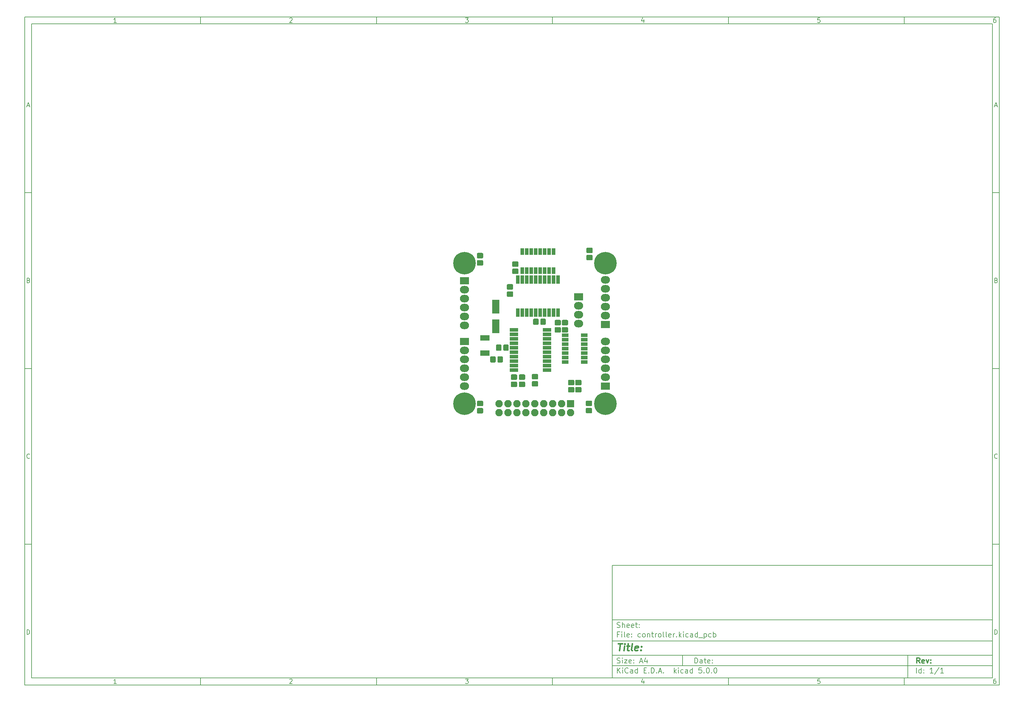
<source format=gts>
G04 #@! TF.GenerationSoftware,KiCad,Pcbnew,5.0.0*
G04 #@! TF.CreationDate,2018-10-21T13:39:10+10:00*
G04 #@! TF.ProjectId,controller,636F6E74726F6C6C65722E6B69636164,rev?*
G04 #@! TF.SameCoordinates,Original*
G04 #@! TF.FileFunction,Soldermask,Top*
G04 #@! TF.FilePolarity,Negative*
%FSLAX46Y46*%
G04 Gerber Fmt 4.6, Leading zero omitted, Abs format (unit mm)*
G04 Created by KiCad (PCBNEW 5.0.0) date Sun Oct 21 13:39:10 2018*
%MOMM*%
%LPD*%
G01*
G04 APERTURE LIST*
%ADD10C,0.100000*%
%ADD11C,0.150000*%
%ADD12C,0.300000*%
%ADD13C,0.400000*%
%ADD14R,2.600000X2.140000*%
%ADD15O,2.600000X2.140000*%
%ADD16R,2.100000X2.100000*%
%ADD17O,2.100000X2.100000*%
%ADD18R,0.650000X1.500000*%
%ADD19R,1.000000X2.350000*%
%ADD20C,1.550000*%
%ADD21R,2.000000X3.900000*%
%ADD22C,1.200000*%
%ADD23C,6.400000*%
%ADD24R,2.350000X1.000000*%
%ADD25R,1.900000X1.000000*%
%ADD26R,1.000000X1.900000*%
G04 APERTURE END LIST*
D10*
D11*
X177002200Y-166007200D02*
X177002200Y-198007200D01*
X285002200Y-198007200D01*
X285002200Y-166007200D01*
X177002200Y-166007200D01*
D10*
D11*
X10000000Y-10000000D02*
X10000000Y-200007200D01*
X287002200Y-200007200D01*
X287002200Y-10000000D01*
X10000000Y-10000000D01*
D10*
D11*
X12000000Y-12000000D02*
X12000000Y-198007200D01*
X285002200Y-198007200D01*
X285002200Y-12000000D01*
X12000000Y-12000000D01*
D10*
D11*
X60000000Y-12000000D02*
X60000000Y-10000000D01*
D10*
D11*
X110000000Y-12000000D02*
X110000000Y-10000000D01*
D10*
D11*
X160000000Y-12000000D02*
X160000000Y-10000000D01*
D10*
D11*
X210000000Y-12000000D02*
X210000000Y-10000000D01*
D10*
D11*
X260000000Y-12000000D02*
X260000000Y-10000000D01*
D10*
D11*
X36065476Y-11588095D02*
X35322619Y-11588095D01*
X35694047Y-11588095D02*
X35694047Y-10288095D01*
X35570238Y-10473809D01*
X35446428Y-10597619D01*
X35322619Y-10659523D01*
D10*
D11*
X85322619Y-10411904D02*
X85384523Y-10350000D01*
X85508333Y-10288095D01*
X85817857Y-10288095D01*
X85941666Y-10350000D01*
X86003571Y-10411904D01*
X86065476Y-10535714D01*
X86065476Y-10659523D01*
X86003571Y-10845238D01*
X85260714Y-11588095D01*
X86065476Y-11588095D01*
D10*
D11*
X135260714Y-10288095D02*
X136065476Y-10288095D01*
X135632142Y-10783333D01*
X135817857Y-10783333D01*
X135941666Y-10845238D01*
X136003571Y-10907142D01*
X136065476Y-11030952D01*
X136065476Y-11340476D01*
X136003571Y-11464285D01*
X135941666Y-11526190D01*
X135817857Y-11588095D01*
X135446428Y-11588095D01*
X135322619Y-11526190D01*
X135260714Y-11464285D01*
D10*
D11*
X185941666Y-10721428D02*
X185941666Y-11588095D01*
X185632142Y-10226190D02*
X185322619Y-11154761D01*
X186127380Y-11154761D01*
D10*
D11*
X236003571Y-10288095D02*
X235384523Y-10288095D01*
X235322619Y-10907142D01*
X235384523Y-10845238D01*
X235508333Y-10783333D01*
X235817857Y-10783333D01*
X235941666Y-10845238D01*
X236003571Y-10907142D01*
X236065476Y-11030952D01*
X236065476Y-11340476D01*
X236003571Y-11464285D01*
X235941666Y-11526190D01*
X235817857Y-11588095D01*
X235508333Y-11588095D01*
X235384523Y-11526190D01*
X235322619Y-11464285D01*
D10*
D11*
X285941666Y-10288095D02*
X285694047Y-10288095D01*
X285570238Y-10350000D01*
X285508333Y-10411904D01*
X285384523Y-10597619D01*
X285322619Y-10845238D01*
X285322619Y-11340476D01*
X285384523Y-11464285D01*
X285446428Y-11526190D01*
X285570238Y-11588095D01*
X285817857Y-11588095D01*
X285941666Y-11526190D01*
X286003571Y-11464285D01*
X286065476Y-11340476D01*
X286065476Y-11030952D01*
X286003571Y-10907142D01*
X285941666Y-10845238D01*
X285817857Y-10783333D01*
X285570238Y-10783333D01*
X285446428Y-10845238D01*
X285384523Y-10907142D01*
X285322619Y-11030952D01*
D10*
D11*
X60000000Y-198007200D02*
X60000000Y-200007200D01*
D10*
D11*
X110000000Y-198007200D02*
X110000000Y-200007200D01*
D10*
D11*
X160000000Y-198007200D02*
X160000000Y-200007200D01*
D10*
D11*
X210000000Y-198007200D02*
X210000000Y-200007200D01*
D10*
D11*
X260000000Y-198007200D02*
X260000000Y-200007200D01*
D10*
D11*
X36065476Y-199595295D02*
X35322619Y-199595295D01*
X35694047Y-199595295D02*
X35694047Y-198295295D01*
X35570238Y-198481009D01*
X35446428Y-198604819D01*
X35322619Y-198666723D01*
D10*
D11*
X85322619Y-198419104D02*
X85384523Y-198357200D01*
X85508333Y-198295295D01*
X85817857Y-198295295D01*
X85941666Y-198357200D01*
X86003571Y-198419104D01*
X86065476Y-198542914D01*
X86065476Y-198666723D01*
X86003571Y-198852438D01*
X85260714Y-199595295D01*
X86065476Y-199595295D01*
D10*
D11*
X135260714Y-198295295D02*
X136065476Y-198295295D01*
X135632142Y-198790533D01*
X135817857Y-198790533D01*
X135941666Y-198852438D01*
X136003571Y-198914342D01*
X136065476Y-199038152D01*
X136065476Y-199347676D01*
X136003571Y-199471485D01*
X135941666Y-199533390D01*
X135817857Y-199595295D01*
X135446428Y-199595295D01*
X135322619Y-199533390D01*
X135260714Y-199471485D01*
D10*
D11*
X185941666Y-198728628D02*
X185941666Y-199595295D01*
X185632142Y-198233390D02*
X185322619Y-199161961D01*
X186127380Y-199161961D01*
D10*
D11*
X236003571Y-198295295D02*
X235384523Y-198295295D01*
X235322619Y-198914342D01*
X235384523Y-198852438D01*
X235508333Y-198790533D01*
X235817857Y-198790533D01*
X235941666Y-198852438D01*
X236003571Y-198914342D01*
X236065476Y-199038152D01*
X236065476Y-199347676D01*
X236003571Y-199471485D01*
X235941666Y-199533390D01*
X235817857Y-199595295D01*
X235508333Y-199595295D01*
X235384523Y-199533390D01*
X235322619Y-199471485D01*
D10*
D11*
X285941666Y-198295295D02*
X285694047Y-198295295D01*
X285570238Y-198357200D01*
X285508333Y-198419104D01*
X285384523Y-198604819D01*
X285322619Y-198852438D01*
X285322619Y-199347676D01*
X285384523Y-199471485D01*
X285446428Y-199533390D01*
X285570238Y-199595295D01*
X285817857Y-199595295D01*
X285941666Y-199533390D01*
X286003571Y-199471485D01*
X286065476Y-199347676D01*
X286065476Y-199038152D01*
X286003571Y-198914342D01*
X285941666Y-198852438D01*
X285817857Y-198790533D01*
X285570238Y-198790533D01*
X285446428Y-198852438D01*
X285384523Y-198914342D01*
X285322619Y-199038152D01*
D10*
D11*
X10000000Y-60000000D02*
X12000000Y-60000000D01*
D10*
D11*
X10000000Y-110000000D02*
X12000000Y-110000000D01*
D10*
D11*
X10000000Y-160000000D02*
X12000000Y-160000000D01*
D10*
D11*
X10690476Y-35216666D02*
X11309523Y-35216666D01*
X10566666Y-35588095D02*
X11000000Y-34288095D01*
X11433333Y-35588095D01*
D10*
D11*
X11092857Y-84907142D02*
X11278571Y-84969047D01*
X11340476Y-85030952D01*
X11402380Y-85154761D01*
X11402380Y-85340476D01*
X11340476Y-85464285D01*
X11278571Y-85526190D01*
X11154761Y-85588095D01*
X10659523Y-85588095D01*
X10659523Y-84288095D01*
X11092857Y-84288095D01*
X11216666Y-84350000D01*
X11278571Y-84411904D01*
X11340476Y-84535714D01*
X11340476Y-84659523D01*
X11278571Y-84783333D01*
X11216666Y-84845238D01*
X11092857Y-84907142D01*
X10659523Y-84907142D01*
D10*
D11*
X11402380Y-135464285D02*
X11340476Y-135526190D01*
X11154761Y-135588095D01*
X11030952Y-135588095D01*
X10845238Y-135526190D01*
X10721428Y-135402380D01*
X10659523Y-135278571D01*
X10597619Y-135030952D01*
X10597619Y-134845238D01*
X10659523Y-134597619D01*
X10721428Y-134473809D01*
X10845238Y-134350000D01*
X11030952Y-134288095D01*
X11154761Y-134288095D01*
X11340476Y-134350000D01*
X11402380Y-134411904D01*
D10*
D11*
X10659523Y-185588095D02*
X10659523Y-184288095D01*
X10969047Y-184288095D01*
X11154761Y-184350000D01*
X11278571Y-184473809D01*
X11340476Y-184597619D01*
X11402380Y-184845238D01*
X11402380Y-185030952D01*
X11340476Y-185278571D01*
X11278571Y-185402380D01*
X11154761Y-185526190D01*
X10969047Y-185588095D01*
X10659523Y-185588095D01*
D10*
D11*
X287002200Y-60000000D02*
X285002200Y-60000000D01*
D10*
D11*
X287002200Y-110000000D02*
X285002200Y-110000000D01*
D10*
D11*
X287002200Y-160000000D02*
X285002200Y-160000000D01*
D10*
D11*
X285692676Y-35216666D02*
X286311723Y-35216666D01*
X285568866Y-35588095D02*
X286002200Y-34288095D01*
X286435533Y-35588095D01*
D10*
D11*
X286095057Y-84907142D02*
X286280771Y-84969047D01*
X286342676Y-85030952D01*
X286404580Y-85154761D01*
X286404580Y-85340476D01*
X286342676Y-85464285D01*
X286280771Y-85526190D01*
X286156961Y-85588095D01*
X285661723Y-85588095D01*
X285661723Y-84288095D01*
X286095057Y-84288095D01*
X286218866Y-84350000D01*
X286280771Y-84411904D01*
X286342676Y-84535714D01*
X286342676Y-84659523D01*
X286280771Y-84783333D01*
X286218866Y-84845238D01*
X286095057Y-84907142D01*
X285661723Y-84907142D01*
D10*
D11*
X286404580Y-135464285D02*
X286342676Y-135526190D01*
X286156961Y-135588095D01*
X286033152Y-135588095D01*
X285847438Y-135526190D01*
X285723628Y-135402380D01*
X285661723Y-135278571D01*
X285599819Y-135030952D01*
X285599819Y-134845238D01*
X285661723Y-134597619D01*
X285723628Y-134473809D01*
X285847438Y-134350000D01*
X286033152Y-134288095D01*
X286156961Y-134288095D01*
X286342676Y-134350000D01*
X286404580Y-134411904D01*
D10*
D11*
X285661723Y-185588095D02*
X285661723Y-184288095D01*
X285971247Y-184288095D01*
X286156961Y-184350000D01*
X286280771Y-184473809D01*
X286342676Y-184597619D01*
X286404580Y-184845238D01*
X286404580Y-185030952D01*
X286342676Y-185278571D01*
X286280771Y-185402380D01*
X286156961Y-185526190D01*
X285971247Y-185588095D01*
X285661723Y-185588095D01*
D10*
D11*
X200434342Y-193785771D02*
X200434342Y-192285771D01*
X200791485Y-192285771D01*
X201005771Y-192357200D01*
X201148628Y-192500057D01*
X201220057Y-192642914D01*
X201291485Y-192928628D01*
X201291485Y-193142914D01*
X201220057Y-193428628D01*
X201148628Y-193571485D01*
X201005771Y-193714342D01*
X200791485Y-193785771D01*
X200434342Y-193785771D01*
X202577200Y-193785771D02*
X202577200Y-193000057D01*
X202505771Y-192857200D01*
X202362914Y-192785771D01*
X202077200Y-192785771D01*
X201934342Y-192857200D01*
X202577200Y-193714342D02*
X202434342Y-193785771D01*
X202077200Y-193785771D01*
X201934342Y-193714342D01*
X201862914Y-193571485D01*
X201862914Y-193428628D01*
X201934342Y-193285771D01*
X202077200Y-193214342D01*
X202434342Y-193214342D01*
X202577200Y-193142914D01*
X203077200Y-192785771D02*
X203648628Y-192785771D01*
X203291485Y-192285771D02*
X203291485Y-193571485D01*
X203362914Y-193714342D01*
X203505771Y-193785771D01*
X203648628Y-193785771D01*
X204720057Y-193714342D02*
X204577200Y-193785771D01*
X204291485Y-193785771D01*
X204148628Y-193714342D01*
X204077200Y-193571485D01*
X204077200Y-193000057D01*
X204148628Y-192857200D01*
X204291485Y-192785771D01*
X204577200Y-192785771D01*
X204720057Y-192857200D01*
X204791485Y-193000057D01*
X204791485Y-193142914D01*
X204077200Y-193285771D01*
X205434342Y-193642914D02*
X205505771Y-193714342D01*
X205434342Y-193785771D01*
X205362914Y-193714342D01*
X205434342Y-193642914D01*
X205434342Y-193785771D01*
X205434342Y-192857200D02*
X205505771Y-192928628D01*
X205434342Y-193000057D01*
X205362914Y-192928628D01*
X205434342Y-192857200D01*
X205434342Y-193000057D01*
D10*
D11*
X177002200Y-194507200D02*
X285002200Y-194507200D01*
D10*
D11*
X178434342Y-196585771D02*
X178434342Y-195085771D01*
X179291485Y-196585771D02*
X178648628Y-195728628D01*
X179291485Y-195085771D02*
X178434342Y-195942914D01*
X179934342Y-196585771D02*
X179934342Y-195585771D01*
X179934342Y-195085771D02*
X179862914Y-195157200D01*
X179934342Y-195228628D01*
X180005771Y-195157200D01*
X179934342Y-195085771D01*
X179934342Y-195228628D01*
X181505771Y-196442914D02*
X181434342Y-196514342D01*
X181220057Y-196585771D01*
X181077200Y-196585771D01*
X180862914Y-196514342D01*
X180720057Y-196371485D01*
X180648628Y-196228628D01*
X180577200Y-195942914D01*
X180577200Y-195728628D01*
X180648628Y-195442914D01*
X180720057Y-195300057D01*
X180862914Y-195157200D01*
X181077200Y-195085771D01*
X181220057Y-195085771D01*
X181434342Y-195157200D01*
X181505771Y-195228628D01*
X182791485Y-196585771D02*
X182791485Y-195800057D01*
X182720057Y-195657200D01*
X182577200Y-195585771D01*
X182291485Y-195585771D01*
X182148628Y-195657200D01*
X182791485Y-196514342D02*
X182648628Y-196585771D01*
X182291485Y-196585771D01*
X182148628Y-196514342D01*
X182077200Y-196371485D01*
X182077200Y-196228628D01*
X182148628Y-196085771D01*
X182291485Y-196014342D01*
X182648628Y-196014342D01*
X182791485Y-195942914D01*
X184148628Y-196585771D02*
X184148628Y-195085771D01*
X184148628Y-196514342D02*
X184005771Y-196585771D01*
X183720057Y-196585771D01*
X183577200Y-196514342D01*
X183505771Y-196442914D01*
X183434342Y-196300057D01*
X183434342Y-195871485D01*
X183505771Y-195728628D01*
X183577200Y-195657200D01*
X183720057Y-195585771D01*
X184005771Y-195585771D01*
X184148628Y-195657200D01*
X186005771Y-195800057D02*
X186505771Y-195800057D01*
X186720057Y-196585771D02*
X186005771Y-196585771D01*
X186005771Y-195085771D01*
X186720057Y-195085771D01*
X187362914Y-196442914D02*
X187434342Y-196514342D01*
X187362914Y-196585771D01*
X187291485Y-196514342D01*
X187362914Y-196442914D01*
X187362914Y-196585771D01*
X188077200Y-196585771D02*
X188077200Y-195085771D01*
X188434342Y-195085771D01*
X188648628Y-195157200D01*
X188791485Y-195300057D01*
X188862914Y-195442914D01*
X188934342Y-195728628D01*
X188934342Y-195942914D01*
X188862914Y-196228628D01*
X188791485Y-196371485D01*
X188648628Y-196514342D01*
X188434342Y-196585771D01*
X188077200Y-196585771D01*
X189577200Y-196442914D02*
X189648628Y-196514342D01*
X189577200Y-196585771D01*
X189505771Y-196514342D01*
X189577200Y-196442914D01*
X189577200Y-196585771D01*
X190220057Y-196157200D02*
X190934342Y-196157200D01*
X190077200Y-196585771D02*
X190577200Y-195085771D01*
X191077200Y-196585771D01*
X191577200Y-196442914D02*
X191648628Y-196514342D01*
X191577200Y-196585771D01*
X191505771Y-196514342D01*
X191577200Y-196442914D01*
X191577200Y-196585771D01*
X194577200Y-196585771D02*
X194577200Y-195085771D01*
X194720057Y-196014342D02*
X195148628Y-196585771D01*
X195148628Y-195585771D02*
X194577200Y-196157200D01*
X195791485Y-196585771D02*
X195791485Y-195585771D01*
X195791485Y-195085771D02*
X195720057Y-195157200D01*
X195791485Y-195228628D01*
X195862914Y-195157200D01*
X195791485Y-195085771D01*
X195791485Y-195228628D01*
X197148628Y-196514342D02*
X197005771Y-196585771D01*
X196720057Y-196585771D01*
X196577200Y-196514342D01*
X196505771Y-196442914D01*
X196434342Y-196300057D01*
X196434342Y-195871485D01*
X196505771Y-195728628D01*
X196577200Y-195657200D01*
X196720057Y-195585771D01*
X197005771Y-195585771D01*
X197148628Y-195657200D01*
X198434342Y-196585771D02*
X198434342Y-195800057D01*
X198362914Y-195657200D01*
X198220057Y-195585771D01*
X197934342Y-195585771D01*
X197791485Y-195657200D01*
X198434342Y-196514342D02*
X198291485Y-196585771D01*
X197934342Y-196585771D01*
X197791485Y-196514342D01*
X197720057Y-196371485D01*
X197720057Y-196228628D01*
X197791485Y-196085771D01*
X197934342Y-196014342D01*
X198291485Y-196014342D01*
X198434342Y-195942914D01*
X199791485Y-196585771D02*
X199791485Y-195085771D01*
X199791485Y-196514342D02*
X199648628Y-196585771D01*
X199362914Y-196585771D01*
X199220057Y-196514342D01*
X199148628Y-196442914D01*
X199077200Y-196300057D01*
X199077200Y-195871485D01*
X199148628Y-195728628D01*
X199220057Y-195657200D01*
X199362914Y-195585771D01*
X199648628Y-195585771D01*
X199791485Y-195657200D01*
X202362914Y-195085771D02*
X201648628Y-195085771D01*
X201577200Y-195800057D01*
X201648628Y-195728628D01*
X201791485Y-195657200D01*
X202148628Y-195657200D01*
X202291485Y-195728628D01*
X202362914Y-195800057D01*
X202434342Y-195942914D01*
X202434342Y-196300057D01*
X202362914Y-196442914D01*
X202291485Y-196514342D01*
X202148628Y-196585771D01*
X201791485Y-196585771D01*
X201648628Y-196514342D01*
X201577200Y-196442914D01*
X203077200Y-196442914D02*
X203148628Y-196514342D01*
X203077200Y-196585771D01*
X203005771Y-196514342D01*
X203077200Y-196442914D01*
X203077200Y-196585771D01*
X204077200Y-195085771D02*
X204220057Y-195085771D01*
X204362914Y-195157200D01*
X204434342Y-195228628D01*
X204505771Y-195371485D01*
X204577200Y-195657200D01*
X204577200Y-196014342D01*
X204505771Y-196300057D01*
X204434342Y-196442914D01*
X204362914Y-196514342D01*
X204220057Y-196585771D01*
X204077200Y-196585771D01*
X203934342Y-196514342D01*
X203862914Y-196442914D01*
X203791485Y-196300057D01*
X203720057Y-196014342D01*
X203720057Y-195657200D01*
X203791485Y-195371485D01*
X203862914Y-195228628D01*
X203934342Y-195157200D01*
X204077200Y-195085771D01*
X205220057Y-196442914D02*
X205291485Y-196514342D01*
X205220057Y-196585771D01*
X205148628Y-196514342D01*
X205220057Y-196442914D01*
X205220057Y-196585771D01*
X206220057Y-195085771D02*
X206362914Y-195085771D01*
X206505771Y-195157200D01*
X206577200Y-195228628D01*
X206648628Y-195371485D01*
X206720057Y-195657200D01*
X206720057Y-196014342D01*
X206648628Y-196300057D01*
X206577200Y-196442914D01*
X206505771Y-196514342D01*
X206362914Y-196585771D01*
X206220057Y-196585771D01*
X206077200Y-196514342D01*
X206005771Y-196442914D01*
X205934342Y-196300057D01*
X205862914Y-196014342D01*
X205862914Y-195657200D01*
X205934342Y-195371485D01*
X206005771Y-195228628D01*
X206077200Y-195157200D01*
X206220057Y-195085771D01*
D10*
D11*
X177002200Y-191507200D02*
X285002200Y-191507200D01*
D10*
D12*
X264411485Y-193785771D02*
X263911485Y-193071485D01*
X263554342Y-193785771D02*
X263554342Y-192285771D01*
X264125771Y-192285771D01*
X264268628Y-192357200D01*
X264340057Y-192428628D01*
X264411485Y-192571485D01*
X264411485Y-192785771D01*
X264340057Y-192928628D01*
X264268628Y-193000057D01*
X264125771Y-193071485D01*
X263554342Y-193071485D01*
X265625771Y-193714342D02*
X265482914Y-193785771D01*
X265197200Y-193785771D01*
X265054342Y-193714342D01*
X264982914Y-193571485D01*
X264982914Y-193000057D01*
X265054342Y-192857200D01*
X265197200Y-192785771D01*
X265482914Y-192785771D01*
X265625771Y-192857200D01*
X265697200Y-193000057D01*
X265697200Y-193142914D01*
X264982914Y-193285771D01*
X266197200Y-192785771D02*
X266554342Y-193785771D01*
X266911485Y-192785771D01*
X267482914Y-193642914D02*
X267554342Y-193714342D01*
X267482914Y-193785771D01*
X267411485Y-193714342D01*
X267482914Y-193642914D01*
X267482914Y-193785771D01*
X267482914Y-192857200D02*
X267554342Y-192928628D01*
X267482914Y-193000057D01*
X267411485Y-192928628D01*
X267482914Y-192857200D01*
X267482914Y-193000057D01*
D10*
D11*
X178362914Y-193714342D02*
X178577200Y-193785771D01*
X178934342Y-193785771D01*
X179077200Y-193714342D01*
X179148628Y-193642914D01*
X179220057Y-193500057D01*
X179220057Y-193357200D01*
X179148628Y-193214342D01*
X179077200Y-193142914D01*
X178934342Y-193071485D01*
X178648628Y-193000057D01*
X178505771Y-192928628D01*
X178434342Y-192857200D01*
X178362914Y-192714342D01*
X178362914Y-192571485D01*
X178434342Y-192428628D01*
X178505771Y-192357200D01*
X178648628Y-192285771D01*
X179005771Y-192285771D01*
X179220057Y-192357200D01*
X179862914Y-193785771D02*
X179862914Y-192785771D01*
X179862914Y-192285771D02*
X179791485Y-192357200D01*
X179862914Y-192428628D01*
X179934342Y-192357200D01*
X179862914Y-192285771D01*
X179862914Y-192428628D01*
X180434342Y-192785771D02*
X181220057Y-192785771D01*
X180434342Y-193785771D01*
X181220057Y-193785771D01*
X182362914Y-193714342D02*
X182220057Y-193785771D01*
X181934342Y-193785771D01*
X181791485Y-193714342D01*
X181720057Y-193571485D01*
X181720057Y-193000057D01*
X181791485Y-192857200D01*
X181934342Y-192785771D01*
X182220057Y-192785771D01*
X182362914Y-192857200D01*
X182434342Y-193000057D01*
X182434342Y-193142914D01*
X181720057Y-193285771D01*
X183077200Y-193642914D02*
X183148628Y-193714342D01*
X183077200Y-193785771D01*
X183005771Y-193714342D01*
X183077200Y-193642914D01*
X183077200Y-193785771D01*
X183077200Y-192857200D02*
X183148628Y-192928628D01*
X183077200Y-193000057D01*
X183005771Y-192928628D01*
X183077200Y-192857200D01*
X183077200Y-193000057D01*
X184862914Y-193357200D02*
X185577200Y-193357200D01*
X184720057Y-193785771D02*
X185220057Y-192285771D01*
X185720057Y-193785771D01*
X186862914Y-192785771D02*
X186862914Y-193785771D01*
X186505771Y-192214342D02*
X186148628Y-193285771D01*
X187077200Y-193285771D01*
D10*
D11*
X263434342Y-196585771D02*
X263434342Y-195085771D01*
X264791485Y-196585771D02*
X264791485Y-195085771D01*
X264791485Y-196514342D02*
X264648628Y-196585771D01*
X264362914Y-196585771D01*
X264220057Y-196514342D01*
X264148628Y-196442914D01*
X264077200Y-196300057D01*
X264077200Y-195871485D01*
X264148628Y-195728628D01*
X264220057Y-195657200D01*
X264362914Y-195585771D01*
X264648628Y-195585771D01*
X264791485Y-195657200D01*
X265505771Y-196442914D02*
X265577200Y-196514342D01*
X265505771Y-196585771D01*
X265434342Y-196514342D01*
X265505771Y-196442914D01*
X265505771Y-196585771D01*
X265505771Y-195657200D02*
X265577200Y-195728628D01*
X265505771Y-195800057D01*
X265434342Y-195728628D01*
X265505771Y-195657200D01*
X265505771Y-195800057D01*
X268148628Y-196585771D02*
X267291485Y-196585771D01*
X267720057Y-196585771D02*
X267720057Y-195085771D01*
X267577200Y-195300057D01*
X267434342Y-195442914D01*
X267291485Y-195514342D01*
X269862914Y-195014342D02*
X268577200Y-196942914D01*
X271148628Y-196585771D02*
X270291485Y-196585771D01*
X270720057Y-196585771D02*
X270720057Y-195085771D01*
X270577200Y-195300057D01*
X270434342Y-195442914D01*
X270291485Y-195514342D01*
D10*
D11*
X177002200Y-187507200D02*
X285002200Y-187507200D01*
D10*
D13*
X178714580Y-188211961D02*
X179857438Y-188211961D01*
X179036009Y-190211961D02*
X179286009Y-188211961D01*
X180274104Y-190211961D02*
X180440771Y-188878628D01*
X180524104Y-188211961D02*
X180416961Y-188307200D01*
X180500295Y-188402438D01*
X180607438Y-188307200D01*
X180524104Y-188211961D01*
X180500295Y-188402438D01*
X181107438Y-188878628D02*
X181869342Y-188878628D01*
X181476485Y-188211961D02*
X181262200Y-189926247D01*
X181333628Y-190116723D01*
X181512200Y-190211961D01*
X181702676Y-190211961D01*
X182655057Y-190211961D02*
X182476485Y-190116723D01*
X182405057Y-189926247D01*
X182619342Y-188211961D01*
X184190771Y-190116723D02*
X183988390Y-190211961D01*
X183607438Y-190211961D01*
X183428866Y-190116723D01*
X183357438Y-189926247D01*
X183452676Y-189164342D01*
X183571723Y-188973866D01*
X183774104Y-188878628D01*
X184155057Y-188878628D01*
X184333628Y-188973866D01*
X184405057Y-189164342D01*
X184381247Y-189354819D01*
X183405057Y-189545295D01*
X185155057Y-190021485D02*
X185238390Y-190116723D01*
X185131247Y-190211961D01*
X185047914Y-190116723D01*
X185155057Y-190021485D01*
X185131247Y-190211961D01*
X185286009Y-188973866D02*
X185369342Y-189069104D01*
X185262200Y-189164342D01*
X185178866Y-189069104D01*
X185286009Y-188973866D01*
X185262200Y-189164342D01*
D10*
D11*
X178934342Y-185600057D02*
X178434342Y-185600057D01*
X178434342Y-186385771D02*
X178434342Y-184885771D01*
X179148628Y-184885771D01*
X179720057Y-186385771D02*
X179720057Y-185385771D01*
X179720057Y-184885771D02*
X179648628Y-184957200D01*
X179720057Y-185028628D01*
X179791485Y-184957200D01*
X179720057Y-184885771D01*
X179720057Y-185028628D01*
X180648628Y-186385771D02*
X180505771Y-186314342D01*
X180434342Y-186171485D01*
X180434342Y-184885771D01*
X181791485Y-186314342D02*
X181648628Y-186385771D01*
X181362914Y-186385771D01*
X181220057Y-186314342D01*
X181148628Y-186171485D01*
X181148628Y-185600057D01*
X181220057Y-185457200D01*
X181362914Y-185385771D01*
X181648628Y-185385771D01*
X181791485Y-185457200D01*
X181862914Y-185600057D01*
X181862914Y-185742914D01*
X181148628Y-185885771D01*
X182505771Y-186242914D02*
X182577200Y-186314342D01*
X182505771Y-186385771D01*
X182434342Y-186314342D01*
X182505771Y-186242914D01*
X182505771Y-186385771D01*
X182505771Y-185457200D02*
X182577200Y-185528628D01*
X182505771Y-185600057D01*
X182434342Y-185528628D01*
X182505771Y-185457200D01*
X182505771Y-185600057D01*
X185005771Y-186314342D02*
X184862914Y-186385771D01*
X184577200Y-186385771D01*
X184434342Y-186314342D01*
X184362914Y-186242914D01*
X184291485Y-186100057D01*
X184291485Y-185671485D01*
X184362914Y-185528628D01*
X184434342Y-185457200D01*
X184577200Y-185385771D01*
X184862914Y-185385771D01*
X185005771Y-185457200D01*
X185862914Y-186385771D02*
X185720057Y-186314342D01*
X185648628Y-186242914D01*
X185577200Y-186100057D01*
X185577200Y-185671485D01*
X185648628Y-185528628D01*
X185720057Y-185457200D01*
X185862914Y-185385771D01*
X186077200Y-185385771D01*
X186220057Y-185457200D01*
X186291485Y-185528628D01*
X186362914Y-185671485D01*
X186362914Y-186100057D01*
X186291485Y-186242914D01*
X186220057Y-186314342D01*
X186077200Y-186385771D01*
X185862914Y-186385771D01*
X187005771Y-185385771D02*
X187005771Y-186385771D01*
X187005771Y-185528628D02*
X187077200Y-185457200D01*
X187220057Y-185385771D01*
X187434342Y-185385771D01*
X187577200Y-185457200D01*
X187648628Y-185600057D01*
X187648628Y-186385771D01*
X188148628Y-185385771D02*
X188720057Y-185385771D01*
X188362914Y-184885771D02*
X188362914Y-186171485D01*
X188434342Y-186314342D01*
X188577200Y-186385771D01*
X188720057Y-186385771D01*
X189220057Y-186385771D02*
X189220057Y-185385771D01*
X189220057Y-185671485D02*
X189291485Y-185528628D01*
X189362914Y-185457200D01*
X189505771Y-185385771D01*
X189648628Y-185385771D01*
X190362914Y-186385771D02*
X190220057Y-186314342D01*
X190148628Y-186242914D01*
X190077200Y-186100057D01*
X190077200Y-185671485D01*
X190148628Y-185528628D01*
X190220057Y-185457200D01*
X190362914Y-185385771D01*
X190577200Y-185385771D01*
X190720057Y-185457200D01*
X190791485Y-185528628D01*
X190862914Y-185671485D01*
X190862914Y-186100057D01*
X190791485Y-186242914D01*
X190720057Y-186314342D01*
X190577200Y-186385771D01*
X190362914Y-186385771D01*
X191720057Y-186385771D02*
X191577200Y-186314342D01*
X191505771Y-186171485D01*
X191505771Y-184885771D01*
X192505771Y-186385771D02*
X192362914Y-186314342D01*
X192291485Y-186171485D01*
X192291485Y-184885771D01*
X193648628Y-186314342D02*
X193505771Y-186385771D01*
X193220057Y-186385771D01*
X193077200Y-186314342D01*
X193005771Y-186171485D01*
X193005771Y-185600057D01*
X193077200Y-185457200D01*
X193220057Y-185385771D01*
X193505771Y-185385771D01*
X193648628Y-185457200D01*
X193720057Y-185600057D01*
X193720057Y-185742914D01*
X193005771Y-185885771D01*
X194362914Y-186385771D02*
X194362914Y-185385771D01*
X194362914Y-185671485D02*
X194434342Y-185528628D01*
X194505771Y-185457200D01*
X194648628Y-185385771D01*
X194791485Y-185385771D01*
X195291485Y-186242914D02*
X195362914Y-186314342D01*
X195291485Y-186385771D01*
X195220057Y-186314342D01*
X195291485Y-186242914D01*
X195291485Y-186385771D01*
X196005771Y-186385771D02*
X196005771Y-184885771D01*
X196148628Y-185814342D02*
X196577200Y-186385771D01*
X196577200Y-185385771D02*
X196005771Y-185957200D01*
X197220057Y-186385771D02*
X197220057Y-185385771D01*
X197220057Y-184885771D02*
X197148628Y-184957200D01*
X197220057Y-185028628D01*
X197291485Y-184957200D01*
X197220057Y-184885771D01*
X197220057Y-185028628D01*
X198577200Y-186314342D02*
X198434342Y-186385771D01*
X198148628Y-186385771D01*
X198005771Y-186314342D01*
X197934342Y-186242914D01*
X197862914Y-186100057D01*
X197862914Y-185671485D01*
X197934342Y-185528628D01*
X198005771Y-185457200D01*
X198148628Y-185385771D01*
X198434342Y-185385771D01*
X198577200Y-185457200D01*
X199862914Y-186385771D02*
X199862914Y-185600057D01*
X199791485Y-185457200D01*
X199648628Y-185385771D01*
X199362914Y-185385771D01*
X199220057Y-185457200D01*
X199862914Y-186314342D02*
X199720057Y-186385771D01*
X199362914Y-186385771D01*
X199220057Y-186314342D01*
X199148628Y-186171485D01*
X199148628Y-186028628D01*
X199220057Y-185885771D01*
X199362914Y-185814342D01*
X199720057Y-185814342D01*
X199862914Y-185742914D01*
X201220057Y-186385771D02*
X201220057Y-184885771D01*
X201220057Y-186314342D02*
X201077200Y-186385771D01*
X200791485Y-186385771D01*
X200648628Y-186314342D01*
X200577200Y-186242914D01*
X200505771Y-186100057D01*
X200505771Y-185671485D01*
X200577200Y-185528628D01*
X200648628Y-185457200D01*
X200791485Y-185385771D01*
X201077200Y-185385771D01*
X201220057Y-185457200D01*
X201577200Y-186528628D02*
X202720057Y-186528628D01*
X203077200Y-185385771D02*
X203077200Y-186885771D01*
X203077200Y-185457200D02*
X203220057Y-185385771D01*
X203505771Y-185385771D01*
X203648628Y-185457200D01*
X203720057Y-185528628D01*
X203791485Y-185671485D01*
X203791485Y-186100057D01*
X203720057Y-186242914D01*
X203648628Y-186314342D01*
X203505771Y-186385771D01*
X203220057Y-186385771D01*
X203077200Y-186314342D01*
X205077200Y-186314342D02*
X204934342Y-186385771D01*
X204648628Y-186385771D01*
X204505771Y-186314342D01*
X204434342Y-186242914D01*
X204362914Y-186100057D01*
X204362914Y-185671485D01*
X204434342Y-185528628D01*
X204505771Y-185457200D01*
X204648628Y-185385771D01*
X204934342Y-185385771D01*
X205077200Y-185457200D01*
X205720057Y-186385771D02*
X205720057Y-184885771D01*
X205720057Y-185457200D02*
X205862914Y-185385771D01*
X206148628Y-185385771D01*
X206291485Y-185457200D01*
X206362914Y-185528628D01*
X206434342Y-185671485D01*
X206434342Y-186100057D01*
X206362914Y-186242914D01*
X206291485Y-186314342D01*
X206148628Y-186385771D01*
X205862914Y-186385771D01*
X205720057Y-186314342D01*
D10*
D11*
X177002200Y-181507200D02*
X285002200Y-181507200D01*
D10*
D11*
X178362914Y-183614342D02*
X178577200Y-183685771D01*
X178934342Y-183685771D01*
X179077200Y-183614342D01*
X179148628Y-183542914D01*
X179220057Y-183400057D01*
X179220057Y-183257200D01*
X179148628Y-183114342D01*
X179077200Y-183042914D01*
X178934342Y-182971485D01*
X178648628Y-182900057D01*
X178505771Y-182828628D01*
X178434342Y-182757200D01*
X178362914Y-182614342D01*
X178362914Y-182471485D01*
X178434342Y-182328628D01*
X178505771Y-182257200D01*
X178648628Y-182185771D01*
X179005771Y-182185771D01*
X179220057Y-182257200D01*
X179862914Y-183685771D02*
X179862914Y-182185771D01*
X180505771Y-183685771D02*
X180505771Y-182900057D01*
X180434342Y-182757200D01*
X180291485Y-182685771D01*
X180077200Y-182685771D01*
X179934342Y-182757200D01*
X179862914Y-182828628D01*
X181791485Y-183614342D02*
X181648628Y-183685771D01*
X181362914Y-183685771D01*
X181220057Y-183614342D01*
X181148628Y-183471485D01*
X181148628Y-182900057D01*
X181220057Y-182757200D01*
X181362914Y-182685771D01*
X181648628Y-182685771D01*
X181791485Y-182757200D01*
X181862914Y-182900057D01*
X181862914Y-183042914D01*
X181148628Y-183185771D01*
X183077200Y-183614342D02*
X182934342Y-183685771D01*
X182648628Y-183685771D01*
X182505771Y-183614342D01*
X182434342Y-183471485D01*
X182434342Y-182900057D01*
X182505771Y-182757200D01*
X182648628Y-182685771D01*
X182934342Y-182685771D01*
X183077200Y-182757200D01*
X183148628Y-182900057D01*
X183148628Y-183042914D01*
X182434342Y-183185771D01*
X183577200Y-182685771D02*
X184148628Y-182685771D01*
X183791485Y-182185771D02*
X183791485Y-183471485D01*
X183862914Y-183614342D01*
X184005771Y-183685771D01*
X184148628Y-183685771D01*
X184648628Y-183542914D02*
X184720057Y-183614342D01*
X184648628Y-183685771D01*
X184577200Y-183614342D01*
X184648628Y-183542914D01*
X184648628Y-183685771D01*
X184648628Y-182757200D02*
X184720057Y-182828628D01*
X184648628Y-182900057D01*
X184577200Y-182828628D01*
X184648628Y-182757200D01*
X184648628Y-182900057D01*
D10*
D11*
X197002200Y-191507200D02*
X197002200Y-194507200D01*
D10*
D11*
X261002200Y-191507200D02*
X261002200Y-198007200D01*
D14*
G04 #@! TO.C,J2*
X167460000Y-89600000D03*
D15*
X167460000Y-92140000D03*
X167460000Y-94680000D03*
X167460000Y-97220000D03*
G04 #@! TD*
D16*
G04 #@! TO.C,J1*
X165160000Y-120000000D03*
D17*
X165160000Y-122540000D03*
X162620000Y-120000000D03*
X162620000Y-122540000D03*
X160080000Y-120000000D03*
X160080000Y-122540000D03*
X157540000Y-120000000D03*
X157540000Y-122540000D03*
X155000000Y-120000000D03*
X155000000Y-122540000D03*
X152460000Y-120000000D03*
X152460000Y-122540000D03*
X149920000Y-120000000D03*
X149920000Y-122540000D03*
X147380000Y-120000000D03*
X147380000Y-122540000D03*
X144840000Y-120000000D03*
X144840000Y-122540000D03*
G04 #@! TD*
D18*
G04 #@! TO.C,U4*
X141805000Y-101275000D03*
X141305000Y-101275000D03*
X140805000Y-101275000D03*
X140305000Y-101275000D03*
X139805000Y-101275000D03*
X139805000Y-105575000D03*
X140305000Y-105575000D03*
X140805000Y-105575000D03*
X141305000Y-105575000D03*
X141805000Y-105575000D03*
G04 #@! TD*
D19*
G04 #@! TO.C,U3*
X150105000Y-94125000D03*
X151375000Y-94125000D03*
X152645000Y-94125000D03*
X153915000Y-94125000D03*
X155185000Y-94125000D03*
X156455000Y-94125000D03*
X157725000Y-94125000D03*
X158995000Y-94125000D03*
X160265000Y-94125000D03*
X161535000Y-94125000D03*
X161535000Y-84725000D03*
X160265000Y-84725000D03*
X158995000Y-84725000D03*
X157725000Y-84725000D03*
X156455000Y-84725000D03*
X155185000Y-84725000D03*
X153915000Y-84725000D03*
X152645000Y-84725000D03*
X151375000Y-84725000D03*
X150105000Y-84725000D03*
G04 #@! TD*
D15*
G04 #@! TO.C,J3*
X135000000Y-115000000D03*
X135000000Y-112460000D03*
X135000000Y-109920000D03*
X135000000Y-107380000D03*
X135000000Y-104840000D03*
D14*
X135000000Y-102300000D03*
G04 #@! TD*
G04 #@! TO.C,J4*
X175000000Y-115000000D03*
D15*
X175000000Y-112460000D03*
X175000000Y-109920000D03*
X175000000Y-107380000D03*
X175000000Y-104840000D03*
X175000000Y-102300000D03*
G04 #@! TD*
G04 #@! TO.C,J5*
X135000000Y-97700000D03*
X135000000Y-95160000D03*
X135000000Y-92620000D03*
X135000000Y-90080000D03*
X135000000Y-87540000D03*
D14*
X135000000Y-85000000D03*
G04 #@! TD*
G04 #@! TO.C,J6*
X175000000Y-97500000D03*
D15*
X175000000Y-94960000D03*
X175000000Y-92420000D03*
X175000000Y-89880000D03*
X175000000Y-87340000D03*
X175000000Y-84800000D03*
G04 #@! TD*
D10*
G04 #@! TO.C,R2*
G36*
X151942071Y-113709623D02*
X151974781Y-113714475D01*
X152006857Y-113722509D01*
X152037991Y-113733649D01*
X152067884Y-113747787D01*
X152096247Y-113764787D01*
X152122807Y-113784485D01*
X152147308Y-113806692D01*
X152169515Y-113831193D01*
X152189213Y-113857753D01*
X152206213Y-113886116D01*
X152220351Y-113916009D01*
X152231491Y-113947143D01*
X152239525Y-113979219D01*
X152244377Y-114011929D01*
X152246000Y-114044956D01*
X152246000Y-114921044D01*
X152244377Y-114954071D01*
X152239525Y-114986781D01*
X152231491Y-115018857D01*
X152220351Y-115049991D01*
X152206213Y-115079884D01*
X152189213Y-115108247D01*
X152169515Y-115134807D01*
X152147308Y-115159308D01*
X152122807Y-115181515D01*
X152096247Y-115201213D01*
X152067884Y-115218213D01*
X152037991Y-115232351D01*
X152006857Y-115243491D01*
X151974781Y-115251525D01*
X151942071Y-115256377D01*
X151909044Y-115258000D01*
X150782956Y-115258000D01*
X150749929Y-115256377D01*
X150717219Y-115251525D01*
X150685143Y-115243491D01*
X150654009Y-115232351D01*
X150624116Y-115218213D01*
X150595753Y-115201213D01*
X150569193Y-115181515D01*
X150544692Y-115159308D01*
X150522485Y-115134807D01*
X150502787Y-115108247D01*
X150485787Y-115079884D01*
X150471649Y-115049991D01*
X150460509Y-115018857D01*
X150452475Y-114986781D01*
X150447623Y-114954071D01*
X150446000Y-114921044D01*
X150446000Y-114044956D01*
X150447623Y-114011929D01*
X150452475Y-113979219D01*
X150460509Y-113947143D01*
X150471649Y-113916009D01*
X150485787Y-113886116D01*
X150502787Y-113857753D01*
X150522485Y-113831193D01*
X150544692Y-113806692D01*
X150569193Y-113784485D01*
X150595753Y-113764787D01*
X150624116Y-113747787D01*
X150654009Y-113733649D01*
X150685143Y-113722509D01*
X150717219Y-113714475D01*
X150749929Y-113709623D01*
X150782956Y-113708000D01*
X151909044Y-113708000D01*
X151942071Y-113709623D01*
X151942071Y-113709623D01*
G37*
D20*
X151346000Y-114483000D03*
D10*
G36*
X151942071Y-111659623D02*
X151974781Y-111664475D01*
X152006857Y-111672509D01*
X152037991Y-111683649D01*
X152067884Y-111697787D01*
X152096247Y-111714787D01*
X152122807Y-111734485D01*
X152147308Y-111756692D01*
X152169515Y-111781193D01*
X152189213Y-111807753D01*
X152206213Y-111836116D01*
X152220351Y-111866009D01*
X152231491Y-111897143D01*
X152239525Y-111929219D01*
X152244377Y-111961929D01*
X152246000Y-111994956D01*
X152246000Y-112871044D01*
X152244377Y-112904071D01*
X152239525Y-112936781D01*
X152231491Y-112968857D01*
X152220351Y-112999991D01*
X152206213Y-113029884D01*
X152189213Y-113058247D01*
X152169515Y-113084807D01*
X152147308Y-113109308D01*
X152122807Y-113131515D01*
X152096247Y-113151213D01*
X152067884Y-113168213D01*
X152037991Y-113182351D01*
X152006857Y-113193491D01*
X151974781Y-113201525D01*
X151942071Y-113206377D01*
X151909044Y-113208000D01*
X150782956Y-113208000D01*
X150749929Y-113206377D01*
X150717219Y-113201525D01*
X150685143Y-113193491D01*
X150654009Y-113182351D01*
X150624116Y-113168213D01*
X150595753Y-113151213D01*
X150569193Y-113131515D01*
X150544692Y-113109308D01*
X150522485Y-113084807D01*
X150502787Y-113058247D01*
X150485787Y-113029884D01*
X150471649Y-112999991D01*
X150460509Y-112968857D01*
X150452475Y-112936781D01*
X150447623Y-112904071D01*
X150446000Y-112871044D01*
X150446000Y-111994956D01*
X150447623Y-111961929D01*
X150452475Y-111929219D01*
X150460509Y-111897143D01*
X150471649Y-111866009D01*
X150485787Y-111836116D01*
X150502787Y-111807753D01*
X150522485Y-111781193D01*
X150544692Y-111756692D01*
X150569193Y-111734485D01*
X150595753Y-111714787D01*
X150624116Y-111697787D01*
X150654009Y-111683649D01*
X150685143Y-111672509D01*
X150717219Y-111664475D01*
X150749929Y-111659623D01*
X150782956Y-111658000D01*
X151909044Y-111658000D01*
X151942071Y-111659623D01*
X151942071Y-111659623D01*
G37*
D20*
X151346000Y-112433000D03*
G04 #@! TD*
D10*
G04 #@! TO.C,R7*
G36*
X157795071Y-95795623D02*
X157827781Y-95800475D01*
X157859857Y-95808509D01*
X157890991Y-95819649D01*
X157920884Y-95833787D01*
X157949247Y-95850787D01*
X157975807Y-95870485D01*
X158000308Y-95892692D01*
X158022515Y-95917193D01*
X158042213Y-95943753D01*
X158059213Y-95972116D01*
X158073351Y-96002009D01*
X158084491Y-96033143D01*
X158092525Y-96065219D01*
X158097377Y-96097929D01*
X158099000Y-96130956D01*
X158099000Y-97257044D01*
X158097377Y-97290071D01*
X158092525Y-97322781D01*
X158084491Y-97354857D01*
X158073351Y-97385991D01*
X158059213Y-97415884D01*
X158042213Y-97444247D01*
X158022515Y-97470807D01*
X158000308Y-97495308D01*
X157975807Y-97517515D01*
X157949247Y-97537213D01*
X157920884Y-97554213D01*
X157890991Y-97568351D01*
X157859857Y-97579491D01*
X157827781Y-97587525D01*
X157795071Y-97592377D01*
X157762044Y-97594000D01*
X156885956Y-97594000D01*
X156852929Y-97592377D01*
X156820219Y-97587525D01*
X156788143Y-97579491D01*
X156757009Y-97568351D01*
X156727116Y-97554213D01*
X156698753Y-97537213D01*
X156672193Y-97517515D01*
X156647692Y-97495308D01*
X156625485Y-97470807D01*
X156605787Y-97444247D01*
X156588787Y-97415884D01*
X156574649Y-97385991D01*
X156563509Y-97354857D01*
X156555475Y-97322781D01*
X156550623Y-97290071D01*
X156549000Y-97257044D01*
X156549000Y-96130956D01*
X156550623Y-96097929D01*
X156555475Y-96065219D01*
X156563509Y-96033143D01*
X156574649Y-96002009D01*
X156588787Y-95972116D01*
X156605787Y-95943753D01*
X156625485Y-95917193D01*
X156647692Y-95892692D01*
X156672193Y-95870485D01*
X156698753Y-95850787D01*
X156727116Y-95833787D01*
X156757009Y-95819649D01*
X156788143Y-95808509D01*
X156820219Y-95800475D01*
X156852929Y-95795623D01*
X156885956Y-95794000D01*
X157762044Y-95794000D01*
X157795071Y-95795623D01*
X157795071Y-95795623D01*
G37*
D20*
X157324000Y-96694000D03*
D10*
G36*
X155745071Y-95795623D02*
X155777781Y-95800475D01*
X155809857Y-95808509D01*
X155840991Y-95819649D01*
X155870884Y-95833787D01*
X155899247Y-95850787D01*
X155925807Y-95870485D01*
X155950308Y-95892692D01*
X155972515Y-95917193D01*
X155992213Y-95943753D01*
X156009213Y-95972116D01*
X156023351Y-96002009D01*
X156034491Y-96033143D01*
X156042525Y-96065219D01*
X156047377Y-96097929D01*
X156049000Y-96130956D01*
X156049000Y-97257044D01*
X156047377Y-97290071D01*
X156042525Y-97322781D01*
X156034491Y-97354857D01*
X156023351Y-97385991D01*
X156009213Y-97415884D01*
X155992213Y-97444247D01*
X155972515Y-97470807D01*
X155950308Y-97495308D01*
X155925807Y-97517515D01*
X155899247Y-97537213D01*
X155870884Y-97554213D01*
X155840991Y-97568351D01*
X155809857Y-97579491D01*
X155777781Y-97587525D01*
X155745071Y-97592377D01*
X155712044Y-97594000D01*
X154835956Y-97594000D01*
X154802929Y-97592377D01*
X154770219Y-97587525D01*
X154738143Y-97579491D01*
X154707009Y-97568351D01*
X154677116Y-97554213D01*
X154648753Y-97537213D01*
X154622193Y-97517515D01*
X154597692Y-97495308D01*
X154575485Y-97470807D01*
X154555787Y-97444247D01*
X154538787Y-97415884D01*
X154524649Y-97385991D01*
X154513509Y-97354857D01*
X154505475Y-97322781D01*
X154500623Y-97290071D01*
X154499000Y-97257044D01*
X154499000Y-96130956D01*
X154500623Y-96097929D01*
X154505475Y-96065219D01*
X154513509Y-96033143D01*
X154524649Y-96002009D01*
X154538787Y-95972116D01*
X154555787Y-95943753D01*
X154575485Y-95917193D01*
X154597692Y-95892692D01*
X154622193Y-95870485D01*
X154648753Y-95850787D01*
X154677116Y-95833787D01*
X154707009Y-95819649D01*
X154738143Y-95808509D01*
X154770219Y-95800475D01*
X154802929Y-95795623D01*
X154835956Y-95794000D01*
X155712044Y-95794000D01*
X155745071Y-95795623D01*
X155745071Y-95795623D01*
G37*
D20*
X155274000Y-96694000D03*
G04 #@! TD*
D10*
G04 #@! TO.C,R6*
G36*
X162102071Y-96165623D02*
X162134781Y-96170475D01*
X162166857Y-96178509D01*
X162197991Y-96189649D01*
X162227884Y-96203787D01*
X162256247Y-96220787D01*
X162282807Y-96240485D01*
X162307308Y-96262692D01*
X162329515Y-96287193D01*
X162349213Y-96313753D01*
X162366213Y-96342116D01*
X162380351Y-96372009D01*
X162391491Y-96403143D01*
X162399525Y-96435219D01*
X162404377Y-96467929D01*
X162406000Y-96500956D01*
X162406000Y-97377044D01*
X162404377Y-97410071D01*
X162399525Y-97442781D01*
X162391491Y-97474857D01*
X162380351Y-97505991D01*
X162366213Y-97535884D01*
X162349213Y-97564247D01*
X162329515Y-97590807D01*
X162307308Y-97615308D01*
X162282807Y-97637515D01*
X162256247Y-97657213D01*
X162227884Y-97674213D01*
X162197991Y-97688351D01*
X162166857Y-97699491D01*
X162134781Y-97707525D01*
X162102071Y-97712377D01*
X162069044Y-97714000D01*
X160942956Y-97714000D01*
X160909929Y-97712377D01*
X160877219Y-97707525D01*
X160845143Y-97699491D01*
X160814009Y-97688351D01*
X160784116Y-97674213D01*
X160755753Y-97657213D01*
X160729193Y-97637515D01*
X160704692Y-97615308D01*
X160682485Y-97590807D01*
X160662787Y-97564247D01*
X160645787Y-97535884D01*
X160631649Y-97505991D01*
X160620509Y-97474857D01*
X160612475Y-97442781D01*
X160607623Y-97410071D01*
X160606000Y-97377044D01*
X160606000Y-96500956D01*
X160607623Y-96467929D01*
X160612475Y-96435219D01*
X160620509Y-96403143D01*
X160631649Y-96372009D01*
X160645787Y-96342116D01*
X160662787Y-96313753D01*
X160682485Y-96287193D01*
X160704692Y-96262692D01*
X160729193Y-96240485D01*
X160755753Y-96220787D01*
X160784116Y-96203787D01*
X160814009Y-96189649D01*
X160845143Y-96178509D01*
X160877219Y-96170475D01*
X160909929Y-96165623D01*
X160942956Y-96164000D01*
X162069044Y-96164000D01*
X162102071Y-96165623D01*
X162102071Y-96165623D01*
G37*
D20*
X161506000Y-96939000D03*
D10*
G36*
X162102071Y-98215623D02*
X162134781Y-98220475D01*
X162166857Y-98228509D01*
X162197991Y-98239649D01*
X162227884Y-98253787D01*
X162256247Y-98270787D01*
X162282807Y-98290485D01*
X162307308Y-98312692D01*
X162329515Y-98337193D01*
X162349213Y-98363753D01*
X162366213Y-98392116D01*
X162380351Y-98422009D01*
X162391491Y-98453143D01*
X162399525Y-98485219D01*
X162404377Y-98517929D01*
X162406000Y-98550956D01*
X162406000Y-99427044D01*
X162404377Y-99460071D01*
X162399525Y-99492781D01*
X162391491Y-99524857D01*
X162380351Y-99555991D01*
X162366213Y-99585884D01*
X162349213Y-99614247D01*
X162329515Y-99640807D01*
X162307308Y-99665308D01*
X162282807Y-99687515D01*
X162256247Y-99707213D01*
X162227884Y-99724213D01*
X162197991Y-99738351D01*
X162166857Y-99749491D01*
X162134781Y-99757525D01*
X162102071Y-99762377D01*
X162069044Y-99764000D01*
X160942956Y-99764000D01*
X160909929Y-99762377D01*
X160877219Y-99757525D01*
X160845143Y-99749491D01*
X160814009Y-99738351D01*
X160784116Y-99724213D01*
X160755753Y-99707213D01*
X160729193Y-99687515D01*
X160704692Y-99665308D01*
X160682485Y-99640807D01*
X160662787Y-99614247D01*
X160645787Y-99585884D01*
X160631649Y-99555991D01*
X160620509Y-99524857D01*
X160612475Y-99492781D01*
X160607623Y-99460071D01*
X160606000Y-99427044D01*
X160606000Y-98550956D01*
X160607623Y-98517929D01*
X160612475Y-98485219D01*
X160620509Y-98453143D01*
X160631649Y-98422009D01*
X160645787Y-98392116D01*
X160662787Y-98363753D01*
X160682485Y-98337193D01*
X160704692Y-98312692D01*
X160729193Y-98290485D01*
X160755753Y-98270787D01*
X160784116Y-98253787D01*
X160814009Y-98239649D01*
X160845143Y-98228509D01*
X160877219Y-98220475D01*
X160909929Y-98215623D01*
X160942956Y-98214000D01*
X162069044Y-98214000D01*
X162102071Y-98215623D01*
X162102071Y-98215623D01*
G37*
D20*
X161506000Y-98989000D03*
G04 #@! TD*
D10*
G04 #@! TO.C,R5*
G36*
X155625071Y-113582623D02*
X155657781Y-113587475D01*
X155689857Y-113595509D01*
X155720991Y-113606649D01*
X155750884Y-113620787D01*
X155779247Y-113637787D01*
X155805807Y-113657485D01*
X155830308Y-113679692D01*
X155852515Y-113704193D01*
X155872213Y-113730753D01*
X155889213Y-113759116D01*
X155903351Y-113789009D01*
X155914491Y-113820143D01*
X155922525Y-113852219D01*
X155927377Y-113884929D01*
X155929000Y-113917956D01*
X155929000Y-114794044D01*
X155927377Y-114827071D01*
X155922525Y-114859781D01*
X155914491Y-114891857D01*
X155903351Y-114922991D01*
X155889213Y-114952884D01*
X155872213Y-114981247D01*
X155852515Y-115007807D01*
X155830308Y-115032308D01*
X155805807Y-115054515D01*
X155779247Y-115074213D01*
X155750884Y-115091213D01*
X155720991Y-115105351D01*
X155689857Y-115116491D01*
X155657781Y-115124525D01*
X155625071Y-115129377D01*
X155592044Y-115131000D01*
X154465956Y-115131000D01*
X154432929Y-115129377D01*
X154400219Y-115124525D01*
X154368143Y-115116491D01*
X154337009Y-115105351D01*
X154307116Y-115091213D01*
X154278753Y-115074213D01*
X154252193Y-115054515D01*
X154227692Y-115032308D01*
X154205485Y-115007807D01*
X154185787Y-114981247D01*
X154168787Y-114952884D01*
X154154649Y-114922991D01*
X154143509Y-114891857D01*
X154135475Y-114859781D01*
X154130623Y-114827071D01*
X154129000Y-114794044D01*
X154129000Y-113917956D01*
X154130623Y-113884929D01*
X154135475Y-113852219D01*
X154143509Y-113820143D01*
X154154649Y-113789009D01*
X154168787Y-113759116D01*
X154185787Y-113730753D01*
X154205485Y-113704193D01*
X154227692Y-113679692D01*
X154252193Y-113657485D01*
X154278753Y-113637787D01*
X154307116Y-113620787D01*
X154337009Y-113606649D01*
X154368143Y-113595509D01*
X154400219Y-113587475D01*
X154432929Y-113582623D01*
X154465956Y-113581000D01*
X155592044Y-113581000D01*
X155625071Y-113582623D01*
X155625071Y-113582623D01*
G37*
D20*
X155029000Y-114356000D03*
D10*
G36*
X155625071Y-111532623D02*
X155657781Y-111537475D01*
X155689857Y-111545509D01*
X155720991Y-111556649D01*
X155750884Y-111570787D01*
X155779247Y-111587787D01*
X155805807Y-111607485D01*
X155830308Y-111629692D01*
X155852515Y-111654193D01*
X155872213Y-111680753D01*
X155889213Y-111709116D01*
X155903351Y-111739009D01*
X155914491Y-111770143D01*
X155922525Y-111802219D01*
X155927377Y-111834929D01*
X155929000Y-111867956D01*
X155929000Y-112744044D01*
X155927377Y-112777071D01*
X155922525Y-112809781D01*
X155914491Y-112841857D01*
X155903351Y-112872991D01*
X155889213Y-112902884D01*
X155872213Y-112931247D01*
X155852515Y-112957807D01*
X155830308Y-112982308D01*
X155805807Y-113004515D01*
X155779247Y-113024213D01*
X155750884Y-113041213D01*
X155720991Y-113055351D01*
X155689857Y-113066491D01*
X155657781Y-113074525D01*
X155625071Y-113079377D01*
X155592044Y-113081000D01*
X154465956Y-113081000D01*
X154432929Y-113079377D01*
X154400219Y-113074525D01*
X154368143Y-113066491D01*
X154337009Y-113055351D01*
X154307116Y-113041213D01*
X154278753Y-113024213D01*
X154252193Y-113004515D01*
X154227692Y-112982308D01*
X154205485Y-112957807D01*
X154185787Y-112931247D01*
X154168787Y-112902884D01*
X154154649Y-112872991D01*
X154143509Y-112841857D01*
X154135475Y-112809781D01*
X154130623Y-112777071D01*
X154129000Y-112744044D01*
X154129000Y-111867956D01*
X154130623Y-111834929D01*
X154135475Y-111802219D01*
X154143509Y-111770143D01*
X154154649Y-111739009D01*
X154168787Y-111709116D01*
X154185787Y-111680753D01*
X154205485Y-111654193D01*
X154227692Y-111629692D01*
X154252193Y-111607485D01*
X154278753Y-111587787D01*
X154307116Y-111570787D01*
X154337009Y-111556649D01*
X154368143Y-111545509D01*
X154400219Y-111537475D01*
X154432929Y-111532623D01*
X154465956Y-111531000D01*
X155592044Y-111531000D01*
X155625071Y-111532623D01*
X155625071Y-111532623D01*
G37*
D20*
X155029000Y-112306000D03*
G04 #@! TD*
D10*
G04 #@! TO.C,R3*
G36*
X167944071Y-113201623D02*
X167976781Y-113206475D01*
X168008857Y-113214509D01*
X168039991Y-113225649D01*
X168069884Y-113239787D01*
X168098247Y-113256787D01*
X168124807Y-113276485D01*
X168149308Y-113298692D01*
X168171515Y-113323193D01*
X168191213Y-113349753D01*
X168208213Y-113378116D01*
X168222351Y-113408009D01*
X168233491Y-113439143D01*
X168241525Y-113471219D01*
X168246377Y-113503929D01*
X168248000Y-113536956D01*
X168248000Y-114413044D01*
X168246377Y-114446071D01*
X168241525Y-114478781D01*
X168233491Y-114510857D01*
X168222351Y-114541991D01*
X168208213Y-114571884D01*
X168191213Y-114600247D01*
X168171515Y-114626807D01*
X168149308Y-114651308D01*
X168124807Y-114673515D01*
X168098247Y-114693213D01*
X168069884Y-114710213D01*
X168039991Y-114724351D01*
X168008857Y-114735491D01*
X167976781Y-114743525D01*
X167944071Y-114748377D01*
X167911044Y-114750000D01*
X166784956Y-114750000D01*
X166751929Y-114748377D01*
X166719219Y-114743525D01*
X166687143Y-114735491D01*
X166656009Y-114724351D01*
X166626116Y-114710213D01*
X166597753Y-114693213D01*
X166571193Y-114673515D01*
X166546692Y-114651308D01*
X166524485Y-114626807D01*
X166504787Y-114600247D01*
X166487787Y-114571884D01*
X166473649Y-114541991D01*
X166462509Y-114510857D01*
X166454475Y-114478781D01*
X166449623Y-114446071D01*
X166448000Y-114413044D01*
X166448000Y-113536956D01*
X166449623Y-113503929D01*
X166454475Y-113471219D01*
X166462509Y-113439143D01*
X166473649Y-113408009D01*
X166487787Y-113378116D01*
X166504787Y-113349753D01*
X166524485Y-113323193D01*
X166546692Y-113298692D01*
X166571193Y-113276485D01*
X166597753Y-113256787D01*
X166626116Y-113239787D01*
X166656009Y-113225649D01*
X166687143Y-113214509D01*
X166719219Y-113206475D01*
X166751929Y-113201623D01*
X166784956Y-113200000D01*
X167911044Y-113200000D01*
X167944071Y-113201623D01*
X167944071Y-113201623D01*
G37*
D20*
X167348000Y-113975000D03*
D10*
G36*
X167944071Y-115251623D02*
X167976781Y-115256475D01*
X168008857Y-115264509D01*
X168039991Y-115275649D01*
X168069884Y-115289787D01*
X168098247Y-115306787D01*
X168124807Y-115326485D01*
X168149308Y-115348692D01*
X168171515Y-115373193D01*
X168191213Y-115399753D01*
X168208213Y-115428116D01*
X168222351Y-115458009D01*
X168233491Y-115489143D01*
X168241525Y-115521219D01*
X168246377Y-115553929D01*
X168248000Y-115586956D01*
X168248000Y-116463044D01*
X168246377Y-116496071D01*
X168241525Y-116528781D01*
X168233491Y-116560857D01*
X168222351Y-116591991D01*
X168208213Y-116621884D01*
X168191213Y-116650247D01*
X168171515Y-116676807D01*
X168149308Y-116701308D01*
X168124807Y-116723515D01*
X168098247Y-116743213D01*
X168069884Y-116760213D01*
X168039991Y-116774351D01*
X168008857Y-116785491D01*
X167976781Y-116793525D01*
X167944071Y-116798377D01*
X167911044Y-116800000D01*
X166784956Y-116800000D01*
X166751929Y-116798377D01*
X166719219Y-116793525D01*
X166687143Y-116785491D01*
X166656009Y-116774351D01*
X166626116Y-116760213D01*
X166597753Y-116743213D01*
X166571193Y-116723515D01*
X166546692Y-116701308D01*
X166524485Y-116676807D01*
X166504787Y-116650247D01*
X166487787Y-116621884D01*
X166473649Y-116591991D01*
X166462509Y-116560857D01*
X166454475Y-116528781D01*
X166449623Y-116496071D01*
X166448000Y-116463044D01*
X166448000Y-115586956D01*
X166449623Y-115553929D01*
X166454475Y-115521219D01*
X166462509Y-115489143D01*
X166473649Y-115458009D01*
X166487787Y-115428116D01*
X166504787Y-115399753D01*
X166524485Y-115373193D01*
X166546692Y-115348692D01*
X166571193Y-115326485D01*
X166597753Y-115306787D01*
X166626116Y-115289787D01*
X166656009Y-115275649D01*
X166687143Y-115264509D01*
X166719219Y-115256475D01*
X166751929Y-115251623D01*
X166784956Y-115250000D01*
X167911044Y-115250000D01*
X167944071Y-115251623D01*
X167944071Y-115251623D01*
G37*
D20*
X167348000Y-116025000D03*
G04 #@! TD*
D10*
G04 #@! TO.C,R1*
G36*
X149656071Y-111659623D02*
X149688781Y-111664475D01*
X149720857Y-111672509D01*
X149751991Y-111683649D01*
X149781884Y-111697787D01*
X149810247Y-111714787D01*
X149836807Y-111734485D01*
X149861308Y-111756692D01*
X149883515Y-111781193D01*
X149903213Y-111807753D01*
X149920213Y-111836116D01*
X149934351Y-111866009D01*
X149945491Y-111897143D01*
X149953525Y-111929219D01*
X149958377Y-111961929D01*
X149960000Y-111994956D01*
X149960000Y-112871044D01*
X149958377Y-112904071D01*
X149953525Y-112936781D01*
X149945491Y-112968857D01*
X149934351Y-112999991D01*
X149920213Y-113029884D01*
X149903213Y-113058247D01*
X149883515Y-113084807D01*
X149861308Y-113109308D01*
X149836807Y-113131515D01*
X149810247Y-113151213D01*
X149781884Y-113168213D01*
X149751991Y-113182351D01*
X149720857Y-113193491D01*
X149688781Y-113201525D01*
X149656071Y-113206377D01*
X149623044Y-113208000D01*
X148496956Y-113208000D01*
X148463929Y-113206377D01*
X148431219Y-113201525D01*
X148399143Y-113193491D01*
X148368009Y-113182351D01*
X148338116Y-113168213D01*
X148309753Y-113151213D01*
X148283193Y-113131515D01*
X148258692Y-113109308D01*
X148236485Y-113084807D01*
X148216787Y-113058247D01*
X148199787Y-113029884D01*
X148185649Y-112999991D01*
X148174509Y-112968857D01*
X148166475Y-112936781D01*
X148161623Y-112904071D01*
X148160000Y-112871044D01*
X148160000Y-111994956D01*
X148161623Y-111961929D01*
X148166475Y-111929219D01*
X148174509Y-111897143D01*
X148185649Y-111866009D01*
X148199787Y-111836116D01*
X148216787Y-111807753D01*
X148236485Y-111781193D01*
X148258692Y-111756692D01*
X148283193Y-111734485D01*
X148309753Y-111714787D01*
X148338116Y-111697787D01*
X148368009Y-111683649D01*
X148399143Y-111672509D01*
X148431219Y-111664475D01*
X148463929Y-111659623D01*
X148496956Y-111658000D01*
X149623044Y-111658000D01*
X149656071Y-111659623D01*
X149656071Y-111659623D01*
G37*
D20*
X149060000Y-112433000D03*
D10*
G36*
X149656071Y-113709623D02*
X149688781Y-113714475D01*
X149720857Y-113722509D01*
X149751991Y-113733649D01*
X149781884Y-113747787D01*
X149810247Y-113764787D01*
X149836807Y-113784485D01*
X149861308Y-113806692D01*
X149883515Y-113831193D01*
X149903213Y-113857753D01*
X149920213Y-113886116D01*
X149934351Y-113916009D01*
X149945491Y-113947143D01*
X149953525Y-113979219D01*
X149958377Y-114011929D01*
X149960000Y-114044956D01*
X149960000Y-114921044D01*
X149958377Y-114954071D01*
X149953525Y-114986781D01*
X149945491Y-115018857D01*
X149934351Y-115049991D01*
X149920213Y-115079884D01*
X149903213Y-115108247D01*
X149883515Y-115134807D01*
X149861308Y-115159308D01*
X149836807Y-115181515D01*
X149810247Y-115201213D01*
X149781884Y-115218213D01*
X149751991Y-115232351D01*
X149720857Y-115243491D01*
X149688781Y-115251525D01*
X149656071Y-115256377D01*
X149623044Y-115258000D01*
X148496956Y-115258000D01*
X148463929Y-115256377D01*
X148431219Y-115251525D01*
X148399143Y-115243491D01*
X148368009Y-115232351D01*
X148338116Y-115218213D01*
X148309753Y-115201213D01*
X148283193Y-115181515D01*
X148258692Y-115159308D01*
X148236485Y-115134807D01*
X148216787Y-115108247D01*
X148199787Y-115079884D01*
X148185649Y-115049991D01*
X148174509Y-115018857D01*
X148166475Y-114986781D01*
X148161623Y-114954071D01*
X148160000Y-114921044D01*
X148160000Y-114044956D01*
X148161623Y-114011929D01*
X148166475Y-113979219D01*
X148174509Y-113947143D01*
X148185649Y-113916009D01*
X148199787Y-113886116D01*
X148216787Y-113857753D01*
X148236485Y-113831193D01*
X148258692Y-113806692D01*
X148283193Y-113784485D01*
X148309753Y-113764787D01*
X148338116Y-113747787D01*
X148368009Y-113733649D01*
X148399143Y-113722509D01*
X148431219Y-113714475D01*
X148463929Y-113709623D01*
X148496956Y-113708000D01*
X149623044Y-113708000D01*
X149656071Y-113709623D01*
X149656071Y-113709623D01*
G37*
D20*
X149060000Y-114483000D03*
G04 #@! TD*
D10*
G04 #@! TO.C,R4*
G36*
X165912071Y-113201623D02*
X165944781Y-113206475D01*
X165976857Y-113214509D01*
X166007991Y-113225649D01*
X166037884Y-113239787D01*
X166066247Y-113256787D01*
X166092807Y-113276485D01*
X166117308Y-113298692D01*
X166139515Y-113323193D01*
X166159213Y-113349753D01*
X166176213Y-113378116D01*
X166190351Y-113408009D01*
X166201491Y-113439143D01*
X166209525Y-113471219D01*
X166214377Y-113503929D01*
X166216000Y-113536956D01*
X166216000Y-114413044D01*
X166214377Y-114446071D01*
X166209525Y-114478781D01*
X166201491Y-114510857D01*
X166190351Y-114541991D01*
X166176213Y-114571884D01*
X166159213Y-114600247D01*
X166139515Y-114626807D01*
X166117308Y-114651308D01*
X166092807Y-114673515D01*
X166066247Y-114693213D01*
X166037884Y-114710213D01*
X166007991Y-114724351D01*
X165976857Y-114735491D01*
X165944781Y-114743525D01*
X165912071Y-114748377D01*
X165879044Y-114750000D01*
X164752956Y-114750000D01*
X164719929Y-114748377D01*
X164687219Y-114743525D01*
X164655143Y-114735491D01*
X164624009Y-114724351D01*
X164594116Y-114710213D01*
X164565753Y-114693213D01*
X164539193Y-114673515D01*
X164514692Y-114651308D01*
X164492485Y-114626807D01*
X164472787Y-114600247D01*
X164455787Y-114571884D01*
X164441649Y-114541991D01*
X164430509Y-114510857D01*
X164422475Y-114478781D01*
X164417623Y-114446071D01*
X164416000Y-114413044D01*
X164416000Y-113536956D01*
X164417623Y-113503929D01*
X164422475Y-113471219D01*
X164430509Y-113439143D01*
X164441649Y-113408009D01*
X164455787Y-113378116D01*
X164472787Y-113349753D01*
X164492485Y-113323193D01*
X164514692Y-113298692D01*
X164539193Y-113276485D01*
X164565753Y-113256787D01*
X164594116Y-113239787D01*
X164624009Y-113225649D01*
X164655143Y-113214509D01*
X164687219Y-113206475D01*
X164719929Y-113201623D01*
X164752956Y-113200000D01*
X165879044Y-113200000D01*
X165912071Y-113201623D01*
X165912071Y-113201623D01*
G37*
D20*
X165316000Y-113975000D03*
D10*
G36*
X165912071Y-115251623D02*
X165944781Y-115256475D01*
X165976857Y-115264509D01*
X166007991Y-115275649D01*
X166037884Y-115289787D01*
X166066247Y-115306787D01*
X166092807Y-115326485D01*
X166117308Y-115348692D01*
X166139515Y-115373193D01*
X166159213Y-115399753D01*
X166176213Y-115428116D01*
X166190351Y-115458009D01*
X166201491Y-115489143D01*
X166209525Y-115521219D01*
X166214377Y-115553929D01*
X166216000Y-115586956D01*
X166216000Y-116463044D01*
X166214377Y-116496071D01*
X166209525Y-116528781D01*
X166201491Y-116560857D01*
X166190351Y-116591991D01*
X166176213Y-116621884D01*
X166159213Y-116650247D01*
X166139515Y-116676807D01*
X166117308Y-116701308D01*
X166092807Y-116723515D01*
X166066247Y-116743213D01*
X166037884Y-116760213D01*
X166007991Y-116774351D01*
X165976857Y-116785491D01*
X165944781Y-116793525D01*
X165912071Y-116798377D01*
X165879044Y-116800000D01*
X164752956Y-116800000D01*
X164719929Y-116798377D01*
X164687219Y-116793525D01*
X164655143Y-116785491D01*
X164624009Y-116774351D01*
X164594116Y-116760213D01*
X164565753Y-116743213D01*
X164539193Y-116723515D01*
X164514692Y-116701308D01*
X164492485Y-116676807D01*
X164472787Y-116650247D01*
X164455787Y-116621884D01*
X164441649Y-116591991D01*
X164430509Y-116560857D01*
X164422475Y-116528781D01*
X164417623Y-116496071D01*
X164416000Y-116463044D01*
X164416000Y-115586956D01*
X164417623Y-115553929D01*
X164422475Y-115521219D01*
X164430509Y-115489143D01*
X164441649Y-115458009D01*
X164455787Y-115428116D01*
X164472787Y-115399753D01*
X164492485Y-115373193D01*
X164514692Y-115348692D01*
X164539193Y-115326485D01*
X164565753Y-115306787D01*
X164594116Y-115289787D01*
X164624009Y-115275649D01*
X164655143Y-115264509D01*
X164687219Y-115256475D01*
X164719929Y-115251623D01*
X164752956Y-115250000D01*
X165879044Y-115250000D01*
X165912071Y-115251623D01*
X165912071Y-115251623D01*
G37*
D20*
X165316000Y-116025000D03*
G04 #@! TD*
D10*
G04 #@! TO.C,C1*
G36*
X145204071Y-103161623D02*
X145236781Y-103166475D01*
X145268857Y-103174509D01*
X145299991Y-103185649D01*
X145329884Y-103199787D01*
X145358247Y-103216787D01*
X145384807Y-103236485D01*
X145409308Y-103258692D01*
X145431515Y-103283193D01*
X145451213Y-103309753D01*
X145468213Y-103338116D01*
X145482351Y-103368009D01*
X145493491Y-103399143D01*
X145501525Y-103431219D01*
X145506377Y-103463929D01*
X145508000Y-103496956D01*
X145508000Y-104623044D01*
X145506377Y-104656071D01*
X145501525Y-104688781D01*
X145493491Y-104720857D01*
X145482351Y-104751991D01*
X145468213Y-104781884D01*
X145451213Y-104810247D01*
X145431515Y-104836807D01*
X145409308Y-104861308D01*
X145384807Y-104883515D01*
X145358247Y-104903213D01*
X145329884Y-104920213D01*
X145299991Y-104934351D01*
X145268857Y-104945491D01*
X145236781Y-104953525D01*
X145204071Y-104958377D01*
X145171044Y-104960000D01*
X144294956Y-104960000D01*
X144261929Y-104958377D01*
X144229219Y-104953525D01*
X144197143Y-104945491D01*
X144166009Y-104934351D01*
X144136116Y-104920213D01*
X144107753Y-104903213D01*
X144081193Y-104883515D01*
X144056692Y-104861308D01*
X144034485Y-104836807D01*
X144014787Y-104810247D01*
X143997787Y-104781884D01*
X143983649Y-104751991D01*
X143972509Y-104720857D01*
X143964475Y-104688781D01*
X143959623Y-104656071D01*
X143958000Y-104623044D01*
X143958000Y-103496956D01*
X143959623Y-103463929D01*
X143964475Y-103431219D01*
X143972509Y-103399143D01*
X143983649Y-103368009D01*
X143997787Y-103338116D01*
X144014787Y-103309753D01*
X144034485Y-103283193D01*
X144056692Y-103258692D01*
X144081193Y-103236485D01*
X144107753Y-103216787D01*
X144136116Y-103199787D01*
X144166009Y-103185649D01*
X144197143Y-103174509D01*
X144229219Y-103166475D01*
X144261929Y-103161623D01*
X144294956Y-103160000D01*
X145171044Y-103160000D01*
X145204071Y-103161623D01*
X145204071Y-103161623D01*
G37*
D20*
X144733000Y-104060000D03*
D10*
G36*
X147254071Y-103161623D02*
X147286781Y-103166475D01*
X147318857Y-103174509D01*
X147349991Y-103185649D01*
X147379884Y-103199787D01*
X147408247Y-103216787D01*
X147434807Y-103236485D01*
X147459308Y-103258692D01*
X147481515Y-103283193D01*
X147501213Y-103309753D01*
X147518213Y-103338116D01*
X147532351Y-103368009D01*
X147543491Y-103399143D01*
X147551525Y-103431219D01*
X147556377Y-103463929D01*
X147558000Y-103496956D01*
X147558000Y-104623044D01*
X147556377Y-104656071D01*
X147551525Y-104688781D01*
X147543491Y-104720857D01*
X147532351Y-104751991D01*
X147518213Y-104781884D01*
X147501213Y-104810247D01*
X147481515Y-104836807D01*
X147459308Y-104861308D01*
X147434807Y-104883515D01*
X147408247Y-104903213D01*
X147379884Y-104920213D01*
X147349991Y-104934351D01*
X147318857Y-104945491D01*
X147286781Y-104953525D01*
X147254071Y-104958377D01*
X147221044Y-104960000D01*
X146344956Y-104960000D01*
X146311929Y-104958377D01*
X146279219Y-104953525D01*
X146247143Y-104945491D01*
X146216009Y-104934351D01*
X146186116Y-104920213D01*
X146157753Y-104903213D01*
X146131193Y-104883515D01*
X146106692Y-104861308D01*
X146084485Y-104836807D01*
X146064787Y-104810247D01*
X146047787Y-104781884D01*
X146033649Y-104751991D01*
X146022509Y-104720857D01*
X146014475Y-104688781D01*
X146009623Y-104656071D01*
X146008000Y-104623044D01*
X146008000Y-103496956D01*
X146009623Y-103463929D01*
X146014475Y-103431219D01*
X146022509Y-103399143D01*
X146033649Y-103368009D01*
X146047787Y-103338116D01*
X146064787Y-103309753D01*
X146084485Y-103283193D01*
X146106692Y-103258692D01*
X146131193Y-103236485D01*
X146157753Y-103216787D01*
X146186116Y-103199787D01*
X146216009Y-103185649D01*
X146247143Y-103174509D01*
X146279219Y-103166475D01*
X146311929Y-103161623D01*
X146344956Y-103160000D01*
X147221044Y-103160000D01*
X147254071Y-103161623D01*
X147254071Y-103161623D01*
G37*
D20*
X146783000Y-104060000D03*
G04 #@! TD*
D10*
G04 #@! TO.C,C2*
G36*
X164134071Y-98215623D02*
X164166781Y-98220475D01*
X164198857Y-98228509D01*
X164229991Y-98239649D01*
X164259884Y-98253787D01*
X164288247Y-98270787D01*
X164314807Y-98290485D01*
X164339308Y-98312692D01*
X164361515Y-98337193D01*
X164381213Y-98363753D01*
X164398213Y-98392116D01*
X164412351Y-98422009D01*
X164423491Y-98453143D01*
X164431525Y-98485219D01*
X164436377Y-98517929D01*
X164438000Y-98550956D01*
X164438000Y-99427044D01*
X164436377Y-99460071D01*
X164431525Y-99492781D01*
X164423491Y-99524857D01*
X164412351Y-99555991D01*
X164398213Y-99585884D01*
X164381213Y-99614247D01*
X164361515Y-99640807D01*
X164339308Y-99665308D01*
X164314807Y-99687515D01*
X164288247Y-99707213D01*
X164259884Y-99724213D01*
X164229991Y-99738351D01*
X164198857Y-99749491D01*
X164166781Y-99757525D01*
X164134071Y-99762377D01*
X164101044Y-99764000D01*
X162974956Y-99764000D01*
X162941929Y-99762377D01*
X162909219Y-99757525D01*
X162877143Y-99749491D01*
X162846009Y-99738351D01*
X162816116Y-99724213D01*
X162787753Y-99707213D01*
X162761193Y-99687515D01*
X162736692Y-99665308D01*
X162714485Y-99640807D01*
X162694787Y-99614247D01*
X162677787Y-99585884D01*
X162663649Y-99555991D01*
X162652509Y-99524857D01*
X162644475Y-99492781D01*
X162639623Y-99460071D01*
X162638000Y-99427044D01*
X162638000Y-98550956D01*
X162639623Y-98517929D01*
X162644475Y-98485219D01*
X162652509Y-98453143D01*
X162663649Y-98422009D01*
X162677787Y-98392116D01*
X162694787Y-98363753D01*
X162714485Y-98337193D01*
X162736692Y-98312692D01*
X162761193Y-98290485D01*
X162787753Y-98270787D01*
X162816116Y-98253787D01*
X162846009Y-98239649D01*
X162877143Y-98228509D01*
X162909219Y-98220475D01*
X162941929Y-98215623D01*
X162974956Y-98214000D01*
X164101044Y-98214000D01*
X164134071Y-98215623D01*
X164134071Y-98215623D01*
G37*
D20*
X163538000Y-98989000D03*
D10*
G36*
X164134071Y-96165623D02*
X164166781Y-96170475D01*
X164198857Y-96178509D01*
X164229991Y-96189649D01*
X164259884Y-96203787D01*
X164288247Y-96220787D01*
X164314807Y-96240485D01*
X164339308Y-96262692D01*
X164361515Y-96287193D01*
X164381213Y-96313753D01*
X164398213Y-96342116D01*
X164412351Y-96372009D01*
X164423491Y-96403143D01*
X164431525Y-96435219D01*
X164436377Y-96467929D01*
X164438000Y-96500956D01*
X164438000Y-97377044D01*
X164436377Y-97410071D01*
X164431525Y-97442781D01*
X164423491Y-97474857D01*
X164412351Y-97505991D01*
X164398213Y-97535884D01*
X164381213Y-97564247D01*
X164361515Y-97590807D01*
X164339308Y-97615308D01*
X164314807Y-97637515D01*
X164288247Y-97657213D01*
X164259884Y-97674213D01*
X164229991Y-97688351D01*
X164198857Y-97699491D01*
X164166781Y-97707525D01*
X164134071Y-97712377D01*
X164101044Y-97714000D01*
X162974956Y-97714000D01*
X162941929Y-97712377D01*
X162909219Y-97707525D01*
X162877143Y-97699491D01*
X162846009Y-97688351D01*
X162816116Y-97674213D01*
X162787753Y-97657213D01*
X162761193Y-97637515D01*
X162736692Y-97615308D01*
X162714485Y-97590807D01*
X162694787Y-97564247D01*
X162677787Y-97535884D01*
X162663649Y-97505991D01*
X162652509Y-97474857D01*
X162644475Y-97442781D01*
X162639623Y-97410071D01*
X162638000Y-97377044D01*
X162638000Y-96500956D01*
X162639623Y-96467929D01*
X162644475Y-96435219D01*
X162652509Y-96403143D01*
X162663649Y-96372009D01*
X162677787Y-96342116D01*
X162694787Y-96313753D01*
X162714485Y-96287193D01*
X162736692Y-96262692D01*
X162761193Y-96240485D01*
X162787753Y-96220787D01*
X162816116Y-96203787D01*
X162846009Y-96189649D01*
X162877143Y-96178509D01*
X162909219Y-96170475D01*
X162941929Y-96165623D01*
X162974956Y-96164000D01*
X164101044Y-96164000D01*
X164134071Y-96165623D01*
X164134071Y-96165623D01*
G37*
D20*
X163538000Y-96939000D03*
G04 #@! TD*
D10*
G04 #@! TO.C,C3*
G36*
X145596071Y-106501623D02*
X145628781Y-106506475D01*
X145660857Y-106514509D01*
X145691991Y-106525649D01*
X145721884Y-106539787D01*
X145750247Y-106556787D01*
X145776807Y-106576485D01*
X145801308Y-106598692D01*
X145823515Y-106623193D01*
X145843213Y-106649753D01*
X145860213Y-106678116D01*
X145874351Y-106708009D01*
X145885491Y-106739143D01*
X145893525Y-106771219D01*
X145898377Y-106803929D01*
X145900000Y-106836956D01*
X145900000Y-107963044D01*
X145898377Y-107996071D01*
X145893525Y-108028781D01*
X145885491Y-108060857D01*
X145874351Y-108091991D01*
X145860213Y-108121884D01*
X145843213Y-108150247D01*
X145823515Y-108176807D01*
X145801308Y-108201308D01*
X145776807Y-108223515D01*
X145750247Y-108243213D01*
X145721884Y-108260213D01*
X145691991Y-108274351D01*
X145660857Y-108285491D01*
X145628781Y-108293525D01*
X145596071Y-108298377D01*
X145563044Y-108300000D01*
X144686956Y-108300000D01*
X144653929Y-108298377D01*
X144621219Y-108293525D01*
X144589143Y-108285491D01*
X144558009Y-108274351D01*
X144528116Y-108260213D01*
X144499753Y-108243213D01*
X144473193Y-108223515D01*
X144448692Y-108201308D01*
X144426485Y-108176807D01*
X144406787Y-108150247D01*
X144389787Y-108121884D01*
X144375649Y-108091991D01*
X144364509Y-108060857D01*
X144356475Y-108028781D01*
X144351623Y-107996071D01*
X144350000Y-107963044D01*
X144350000Y-106836956D01*
X144351623Y-106803929D01*
X144356475Y-106771219D01*
X144364509Y-106739143D01*
X144375649Y-106708009D01*
X144389787Y-106678116D01*
X144406787Y-106649753D01*
X144426485Y-106623193D01*
X144448692Y-106598692D01*
X144473193Y-106576485D01*
X144499753Y-106556787D01*
X144528116Y-106539787D01*
X144558009Y-106525649D01*
X144589143Y-106514509D01*
X144621219Y-106506475D01*
X144653929Y-106501623D01*
X144686956Y-106500000D01*
X145563044Y-106500000D01*
X145596071Y-106501623D01*
X145596071Y-106501623D01*
G37*
D20*
X145125000Y-107400000D03*
D10*
G36*
X143546071Y-106501623D02*
X143578781Y-106506475D01*
X143610857Y-106514509D01*
X143641991Y-106525649D01*
X143671884Y-106539787D01*
X143700247Y-106556787D01*
X143726807Y-106576485D01*
X143751308Y-106598692D01*
X143773515Y-106623193D01*
X143793213Y-106649753D01*
X143810213Y-106678116D01*
X143824351Y-106708009D01*
X143835491Y-106739143D01*
X143843525Y-106771219D01*
X143848377Y-106803929D01*
X143850000Y-106836956D01*
X143850000Y-107963044D01*
X143848377Y-107996071D01*
X143843525Y-108028781D01*
X143835491Y-108060857D01*
X143824351Y-108091991D01*
X143810213Y-108121884D01*
X143793213Y-108150247D01*
X143773515Y-108176807D01*
X143751308Y-108201308D01*
X143726807Y-108223515D01*
X143700247Y-108243213D01*
X143671884Y-108260213D01*
X143641991Y-108274351D01*
X143610857Y-108285491D01*
X143578781Y-108293525D01*
X143546071Y-108298377D01*
X143513044Y-108300000D01*
X142636956Y-108300000D01*
X142603929Y-108298377D01*
X142571219Y-108293525D01*
X142539143Y-108285491D01*
X142508009Y-108274351D01*
X142478116Y-108260213D01*
X142449753Y-108243213D01*
X142423193Y-108223515D01*
X142398692Y-108201308D01*
X142376485Y-108176807D01*
X142356787Y-108150247D01*
X142339787Y-108121884D01*
X142325649Y-108091991D01*
X142314509Y-108060857D01*
X142306475Y-108028781D01*
X142301623Y-107996071D01*
X142300000Y-107963044D01*
X142300000Y-106836956D01*
X142301623Y-106803929D01*
X142306475Y-106771219D01*
X142314509Y-106739143D01*
X142325649Y-106708009D01*
X142339787Y-106678116D01*
X142356787Y-106649753D01*
X142376485Y-106623193D01*
X142398692Y-106598692D01*
X142423193Y-106576485D01*
X142449753Y-106556787D01*
X142478116Y-106539787D01*
X142508009Y-106525649D01*
X142539143Y-106514509D01*
X142571219Y-106506475D01*
X142603929Y-106501623D01*
X142636956Y-106500000D01*
X143513044Y-106500000D01*
X143546071Y-106501623D01*
X143546071Y-106501623D01*
G37*
D20*
X143075000Y-107400000D03*
G04 #@! TD*
D10*
G04 #@! TO.C,C4*
G36*
X148513071Y-86005623D02*
X148545781Y-86010475D01*
X148577857Y-86018509D01*
X148608991Y-86029649D01*
X148638884Y-86043787D01*
X148667247Y-86060787D01*
X148693807Y-86080485D01*
X148718308Y-86102692D01*
X148740515Y-86127193D01*
X148760213Y-86153753D01*
X148777213Y-86182116D01*
X148791351Y-86212009D01*
X148802491Y-86243143D01*
X148810525Y-86275219D01*
X148815377Y-86307929D01*
X148817000Y-86340956D01*
X148817000Y-87217044D01*
X148815377Y-87250071D01*
X148810525Y-87282781D01*
X148802491Y-87314857D01*
X148791351Y-87345991D01*
X148777213Y-87375884D01*
X148760213Y-87404247D01*
X148740515Y-87430807D01*
X148718308Y-87455308D01*
X148693807Y-87477515D01*
X148667247Y-87497213D01*
X148638884Y-87514213D01*
X148608991Y-87528351D01*
X148577857Y-87539491D01*
X148545781Y-87547525D01*
X148513071Y-87552377D01*
X148480044Y-87554000D01*
X147353956Y-87554000D01*
X147320929Y-87552377D01*
X147288219Y-87547525D01*
X147256143Y-87539491D01*
X147225009Y-87528351D01*
X147195116Y-87514213D01*
X147166753Y-87497213D01*
X147140193Y-87477515D01*
X147115692Y-87455308D01*
X147093485Y-87430807D01*
X147073787Y-87404247D01*
X147056787Y-87375884D01*
X147042649Y-87345991D01*
X147031509Y-87314857D01*
X147023475Y-87282781D01*
X147018623Y-87250071D01*
X147017000Y-87217044D01*
X147017000Y-86340956D01*
X147018623Y-86307929D01*
X147023475Y-86275219D01*
X147031509Y-86243143D01*
X147042649Y-86212009D01*
X147056787Y-86182116D01*
X147073787Y-86153753D01*
X147093485Y-86127193D01*
X147115692Y-86102692D01*
X147140193Y-86080485D01*
X147166753Y-86060787D01*
X147195116Y-86043787D01*
X147225009Y-86029649D01*
X147256143Y-86018509D01*
X147288219Y-86010475D01*
X147320929Y-86005623D01*
X147353956Y-86004000D01*
X148480044Y-86004000D01*
X148513071Y-86005623D01*
X148513071Y-86005623D01*
G37*
D20*
X147917000Y-86779000D03*
D10*
G36*
X148513071Y-88055623D02*
X148545781Y-88060475D01*
X148577857Y-88068509D01*
X148608991Y-88079649D01*
X148638884Y-88093787D01*
X148667247Y-88110787D01*
X148693807Y-88130485D01*
X148718308Y-88152692D01*
X148740515Y-88177193D01*
X148760213Y-88203753D01*
X148777213Y-88232116D01*
X148791351Y-88262009D01*
X148802491Y-88293143D01*
X148810525Y-88325219D01*
X148815377Y-88357929D01*
X148817000Y-88390956D01*
X148817000Y-89267044D01*
X148815377Y-89300071D01*
X148810525Y-89332781D01*
X148802491Y-89364857D01*
X148791351Y-89395991D01*
X148777213Y-89425884D01*
X148760213Y-89454247D01*
X148740515Y-89480807D01*
X148718308Y-89505308D01*
X148693807Y-89527515D01*
X148667247Y-89547213D01*
X148638884Y-89564213D01*
X148608991Y-89578351D01*
X148577857Y-89589491D01*
X148545781Y-89597525D01*
X148513071Y-89602377D01*
X148480044Y-89604000D01*
X147353956Y-89604000D01*
X147320929Y-89602377D01*
X147288219Y-89597525D01*
X147256143Y-89589491D01*
X147225009Y-89578351D01*
X147195116Y-89564213D01*
X147166753Y-89547213D01*
X147140193Y-89527515D01*
X147115692Y-89505308D01*
X147093485Y-89480807D01*
X147073787Y-89454247D01*
X147056787Y-89425884D01*
X147042649Y-89395991D01*
X147031509Y-89364857D01*
X147023475Y-89332781D01*
X147018623Y-89300071D01*
X147017000Y-89267044D01*
X147017000Y-88390956D01*
X147018623Y-88357929D01*
X147023475Y-88325219D01*
X147031509Y-88293143D01*
X147042649Y-88262009D01*
X147056787Y-88232116D01*
X147073787Y-88203753D01*
X147093485Y-88177193D01*
X147115692Y-88152692D01*
X147140193Y-88130485D01*
X147166753Y-88110787D01*
X147195116Y-88093787D01*
X147225009Y-88079649D01*
X147256143Y-88068509D01*
X147288219Y-88060475D01*
X147320929Y-88055623D01*
X147353956Y-88054000D01*
X148480044Y-88054000D01*
X148513071Y-88055623D01*
X148513071Y-88055623D01*
G37*
D20*
X147917000Y-88829000D03*
G04 #@! TD*
D21*
G04 #@! TO.C,C5*
X143853000Y-97970000D03*
X143853000Y-92370000D03*
G04 #@! TD*
D10*
G04 #@! TO.C,C6*
G36*
X150037071Y-81578623D02*
X150069781Y-81583475D01*
X150101857Y-81591509D01*
X150132991Y-81602649D01*
X150162884Y-81616787D01*
X150191247Y-81633787D01*
X150217807Y-81653485D01*
X150242308Y-81675692D01*
X150264515Y-81700193D01*
X150284213Y-81726753D01*
X150301213Y-81755116D01*
X150315351Y-81785009D01*
X150326491Y-81816143D01*
X150334525Y-81848219D01*
X150339377Y-81880929D01*
X150341000Y-81913956D01*
X150341000Y-82790044D01*
X150339377Y-82823071D01*
X150334525Y-82855781D01*
X150326491Y-82887857D01*
X150315351Y-82918991D01*
X150301213Y-82948884D01*
X150284213Y-82977247D01*
X150264515Y-83003807D01*
X150242308Y-83028308D01*
X150217807Y-83050515D01*
X150191247Y-83070213D01*
X150162884Y-83087213D01*
X150132991Y-83101351D01*
X150101857Y-83112491D01*
X150069781Y-83120525D01*
X150037071Y-83125377D01*
X150004044Y-83127000D01*
X148877956Y-83127000D01*
X148844929Y-83125377D01*
X148812219Y-83120525D01*
X148780143Y-83112491D01*
X148749009Y-83101351D01*
X148719116Y-83087213D01*
X148690753Y-83070213D01*
X148664193Y-83050515D01*
X148639692Y-83028308D01*
X148617485Y-83003807D01*
X148597787Y-82977247D01*
X148580787Y-82948884D01*
X148566649Y-82918991D01*
X148555509Y-82887857D01*
X148547475Y-82855781D01*
X148542623Y-82823071D01*
X148541000Y-82790044D01*
X148541000Y-81913956D01*
X148542623Y-81880929D01*
X148547475Y-81848219D01*
X148555509Y-81816143D01*
X148566649Y-81785009D01*
X148580787Y-81755116D01*
X148597787Y-81726753D01*
X148617485Y-81700193D01*
X148639692Y-81675692D01*
X148664193Y-81653485D01*
X148690753Y-81633787D01*
X148719116Y-81616787D01*
X148749009Y-81602649D01*
X148780143Y-81591509D01*
X148812219Y-81583475D01*
X148844929Y-81578623D01*
X148877956Y-81577000D01*
X150004044Y-81577000D01*
X150037071Y-81578623D01*
X150037071Y-81578623D01*
G37*
D20*
X149441000Y-82352000D03*
D10*
G36*
X150037071Y-79528623D02*
X150069781Y-79533475D01*
X150101857Y-79541509D01*
X150132991Y-79552649D01*
X150162884Y-79566787D01*
X150191247Y-79583787D01*
X150217807Y-79603485D01*
X150242308Y-79625692D01*
X150264515Y-79650193D01*
X150284213Y-79676753D01*
X150301213Y-79705116D01*
X150315351Y-79735009D01*
X150326491Y-79766143D01*
X150334525Y-79798219D01*
X150339377Y-79830929D01*
X150341000Y-79863956D01*
X150341000Y-80740044D01*
X150339377Y-80773071D01*
X150334525Y-80805781D01*
X150326491Y-80837857D01*
X150315351Y-80868991D01*
X150301213Y-80898884D01*
X150284213Y-80927247D01*
X150264515Y-80953807D01*
X150242308Y-80978308D01*
X150217807Y-81000515D01*
X150191247Y-81020213D01*
X150162884Y-81037213D01*
X150132991Y-81051351D01*
X150101857Y-81062491D01*
X150069781Y-81070525D01*
X150037071Y-81075377D01*
X150004044Y-81077000D01*
X148877956Y-81077000D01*
X148844929Y-81075377D01*
X148812219Y-81070525D01*
X148780143Y-81062491D01*
X148749009Y-81051351D01*
X148719116Y-81037213D01*
X148690753Y-81020213D01*
X148664193Y-81000515D01*
X148639692Y-80978308D01*
X148617485Y-80953807D01*
X148597787Y-80927247D01*
X148580787Y-80898884D01*
X148566649Y-80868991D01*
X148555509Y-80837857D01*
X148547475Y-80805781D01*
X148542623Y-80773071D01*
X148541000Y-80740044D01*
X148541000Y-79863956D01*
X148542623Y-79830929D01*
X148547475Y-79798219D01*
X148555509Y-79766143D01*
X148566649Y-79735009D01*
X148580787Y-79705116D01*
X148597787Y-79676753D01*
X148617485Y-79650193D01*
X148639692Y-79625692D01*
X148664193Y-79603485D01*
X148690753Y-79583787D01*
X148719116Y-79566787D01*
X148749009Y-79552649D01*
X148780143Y-79541509D01*
X148812219Y-79533475D01*
X148844929Y-79528623D01*
X148877956Y-79527000D01*
X150004044Y-79527000D01*
X150037071Y-79528623D01*
X150037071Y-79528623D01*
G37*
D20*
X149441000Y-80302000D03*
G04 #@! TD*
D10*
G04 #@! TO.C,C7*
G36*
X170956071Y-119126623D02*
X170988781Y-119131475D01*
X171020857Y-119139509D01*
X171051991Y-119150649D01*
X171081884Y-119164787D01*
X171110247Y-119181787D01*
X171136807Y-119201485D01*
X171161308Y-119223692D01*
X171183515Y-119248193D01*
X171203213Y-119274753D01*
X171220213Y-119303116D01*
X171234351Y-119333009D01*
X171245491Y-119364143D01*
X171253525Y-119396219D01*
X171258377Y-119428929D01*
X171260000Y-119461956D01*
X171260000Y-120338044D01*
X171258377Y-120371071D01*
X171253525Y-120403781D01*
X171245491Y-120435857D01*
X171234351Y-120466991D01*
X171220213Y-120496884D01*
X171203213Y-120525247D01*
X171183515Y-120551807D01*
X171161308Y-120576308D01*
X171136807Y-120598515D01*
X171110247Y-120618213D01*
X171081884Y-120635213D01*
X171051991Y-120649351D01*
X171020857Y-120660491D01*
X170988781Y-120668525D01*
X170956071Y-120673377D01*
X170923044Y-120675000D01*
X169796956Y-120675000D01*
X169763929Y-120673377D01*
X169731219Y-120668525D01*
X169699143Y-120660491D01*
X169668009Y-120649351D01*
X169638116Y-120635213D01*
X169609753Y-120618213D01*
X169583193Y-120598515D01*
X169558692Y-120576308D01*
X169536485Y-120551807D01*
X169516787Y-120525247D01*
X169499787Y-120496884D01*
X169485649Y-120466991D01*
X169474509Y-120435857D01*
X169466475Y-120403781D01*
X169461623Y-120371071D01*
X169460000Y-120338044D01*
X169460000Y-119461956D01*
X169461623Y-119428929D01*
X169466475Y-119396219D01*
X169474509Y-119364143D01*
X169485649Y-119333009D01*
X169499787Y-119303116D01*
X169516787Y-119274753D01*
X169536485Y-119248193D01*
X169558692Y-119223692D01*
X169583193Y-119201485D01*
X169609753Y-119181787D01*
X169638116Y-119164787D01*
X169668009Y-119150649D01*
X169699143Y-119139509D01*
X169731219Y-119131475D01*
X169763929Y-119126623D01*
X169796956Y-119125000D01*
X170923044Y-119125000D01*
X170956071Y-119126623D01*
X170956071Y-119126623D01*
G37*
D20*
X170360000Y-119900000D03*
D10*
G36*
X170956071Y-121176623D02*
X170988781Y-121181475D01*
X171020857Y-121189509D01*
X171051991Y-121200649D01*
X171081884Y-121214787D01*
X171110247Y-121231787D01*
X171136807Y-121251485D01*
X171161308Y-121273692D01*
X171183515Y-121298193D01*
X171203213Y-121324753D01*
X171220213Y-121353116D01*
X171234351Y-121383009D01*
X171245491Y-121414143D01*
X171253525Y-121446219D01*
X171258377Y-121478929D01*
X171260000Y-121511956D01*
X171260000Y-122388044D01*
X171258377Y-122421071D01*
X171253525Y-122453781D01*
X171245491Y-122485857D01*
X171234351Y-122516991D01*
X171220213Y-122546884D01*
X171203213Y-122575247D01*
X171183515Y-122601807D01*
X171161308Y-122626308D01*
X171136807Y-122648515D01*
X171110247Y-122668213D01*
X171081884Y-122685213D01*
X171051991Y-122699351D01*
X171020857Y-122710491D01*
X170988781Y-122718525D01*
X170956071Y-122723377D01*
X170923044Y-122725000D01*
X169796956Y-122725000D01*
X169763929Y-122723377D01*
X169731219Y-122718525D01*
X169699143Y-122710491D01*
X169668009Y-122699351D01*
X169638116Y-122685213D01*
X169609753Y-122668213D01*
X169583193Y-122648515D01*
X169558692Y-122626308D01*
X169536485Y-122601807D01*
X169516787Y-122575247D01*
X169499787Y-122546884D01*
X169485649Y-122516991D01*
X169474509Y-122485857D01*
X169466475Y-122453781D01*
X169461623Y-122421071D01*
X169460000Y-122388044D01*
X169460000Y-121511956D01*
X169461623Y-121478929D01*
X169466475Y-121446219D01*
X169474509Y-121414143D01*
X169485649Y-121383009D01*
X169499787Y-121353116D01*
X169516787Y-121324753D01*
X169536485Y-121298193D01*
X169558692Y-121273692D01*
X169583193Y-121251485D01*
X169609753Y-121231787D01*
X169638116Y-121214787D01*
X169668009Y-121200649D01*
X169699143Y-121189509D01*
X169731219Y-121181475D01*
X169763929Y-121176623D01*
X169796956Y-121175000D01*
X170923044Y-121175000D01*
X170956071Y-121176623D01*
X170956071Y-121176623D01*
G37*
D20*
X170360000Y-121950000D03*
G04 #@! TD*
D10*
G04 #@! TO.C,C8*
G36*
X140004071Y-119170623D02*
X140036781Y-119175475D01*
X140068857Y-119183509D01*
X140099991Y-119194649D01*
X140129884Y-119208787D01*
X140158247Y-119225787D01*
X140184807Y-119245485D01*
X140209308Y-119267692D01*
X140231515Y-119292193D01*
X140251213Y-119318753D01*
X140268213Y-119347116D01*
X140282351Y-119377009D01*
X140293491Y-119408143D01*
X140301525Y-119440219D01*
X140306377Y-119472929D01*
X140308000Y-119505956D01*
X140308000Y-120382044D01*
X140306377Y-120415071D01*
X140301525Y-120447781D01*
X140293491Y-120479857D01*
X140282351Y-120510991D01*
X140268213Y-120540884D01*
X140251213Y-120569247D01*
X140231515Y-120595807D01*
X140209308Y-120620308D01*
X140184807Y-120642515D01*
X140158247Y-120662213D01*
X140129884Y-120679213D01*
X140099991Y-120693351D01*
X140068857Y-120704491D01*
X140036781Y-120712525D01*
X140004071Y-120717377D01*
X139971044Y-120719000D01*
X138844956Y-120719000D01*
X138811929Y-120717377D01*
X138779219Y-120712525D01*
X138747143Y-120704491D01*
X138716009Y-120693351D01*
X138686116Y-120679213D01*
X138657753Y-120662213D01*
X138631193Y-120642515D01*
X138606692Y-120620308D01*
X138584485Y-120595807D01*
X138564787Y-120569247D01*
X138547787Y-120540884D01*
X138533649Y-120510991D01*
X138522509Y-120479857D01*
X138514475Y-120447781D01*
X138509623Y-120415071D01*
X138508000Y-120382044D01*
X138508000Y-119505956D01*
X138509623Y-119472929D01*
X138514475Y-119440219D01*
X138522509Y-119408143D01*
X138533649Y-119377009D01*
X138547787Y-119347116D01*
X138564787Y-119318753D01*
X138584485Y-119292193D01*
X138606692Y-119267692D01*
X138631193Y-119245485D01*
X138657753Y-119225787D01*
X138686116Y-119208787D01*
X138716009Y-119194649D01*
X138747143Y-119183509D01*
X138779219Y-119175475D01*
X138811929Y-119170623D01*
X138844956Y-119169000D01*
X139971044Y-119169000D01*
X140004071Y-119170623D01*
X140004071Y-119170623D01*
G37*
D20*
X139408000Y-119944000D03*
D10*
G36*
X140004071Y-121220623D02*
X140036781Y-121225475D01*
X140068857Y-121233509D01*
X140099991Y-121244649D01*
X140129884Y-121258787D01*
X140158247Y-121275787D01*
X140184807Y-121295485D01*
X140209308Y-121317692D01*
X140231515Y-121342193D01*
X140251213Y-121368753D01*
X140268213Y-121397116D01*
X140282351Y-121427009D01*
X140293491Y-121458143D01*
X140301525Y-121490219D01*
X140306377Y-121522929D01*
X140308000Y-121555956D01*
X140308000Y-122432044D01*
X140306377Y-122465071D01*
X140301525Y-122497781D01*
X140293491Y-122529857D01*
X140282351Y-122560991D01*
X140268213Y-122590884D01*
X140251213Y-122619247D01*
X140231515Y-122645807D01*
X140209308Y-122670308D01*
X140184807Y-122692515D01*
X140158247Y-122712213D01*
X140129884Y-122729213D01*
X140099991Y-122743351D01*
X140068857Y-122754491D01*
X140036781Y-122762525D01*
X140004071Y-122767377D01*
X139971044Y-122769000D01*
X138844956Y-122769000D01*
X138811929Y-122767377D01*
X138779219Y-122762525D01*
X138747143Y-122754491D01*
X138716009Y-122743351D01*
X138686116Y-122729213D01*
X138657753Y-122712213D01*
X138631193Y-122692515D01*
X138606692Y-122670308D01*
X138584485Y-122645807D01*
X138564787Y-122619247D01*
X138547787Y-122590884D01*
X138533649Y-122560991D01*
X138522509Y-122529857D01*
X138514475Y-122497781D01*
X138509623Y-122465071D01*
X138508000Y-122432044D01*
X138508000Y-121555956D01*
X138509623Y-121522929D01*
X138514475Y-121490219D01*
X138522509Y-121458143D01*
X138533649Y-121427009D01*
X138547787Y-121397116D01*
X138564787Y-121368753D01*
X138584485Y-121342193D01*
X138606692Y-121317692D01*
X138631193Y-121295485D01*
X138657753Y-121275787D01*
X138686116Y-121258787D01*
X138716009Y-121244649D01*
X138747143Y-121233509D01*
X138779219Y-121225475D01*
X138811929Y-121220623D01*
X138844956Y-121219000D01*
X139971044Y-121219000D01*
X140004071Y-121220623D01*
X140004071Y-121220623D01*
G37*
D20*
X139408000Y-121994000D03*
G04 #@! TD*
D10*
G04 #@! TO.C,C9*
G36*
X140004071Y-79165623D02*
X140036781Y-79170475D01*
X140068857Y-79178509D01*
X140099991Y-79189649D01*
X140129884Y-79203787D01*
X140158247Y-79220787D01*
X140184807Y-79240485D01*
X140209308Y-79262692D01*
X140231515Y-79287193D01*
X140251213Y-79313753D01*
X140268213Y-79342116D01*
X140282351Y-79372009D01*
X140293491Y-79403143D01*
X140301525Y-79435219D01*
X140306377Y-79467929D01*
X140308000Y-79500956D01*
X140308000Y-80377044D01*
X140306377Y-80410071D01*
X140301525Y-80442781D01*
X140293491Y-80474857D01*
X140282351Y-80505991D01*
X140268213Y-80535884D01*
X140251213Y-80564247D01*
X140231515Y-80590807D01*
X140209308Y-80615308D01*
X140184807Y-80637515D01*
X140158247Y-80657213D01*
X140129884Y-80674213D01*
X140099991Y-80688351D01*
X140068857Y-80699491D01*
X140036781Y-80707525D01*
X140004071Y-80712377D01*
X139971044Y-80714000D01*
X138844956Y-80714000D01*
X138811929Y-80712377D01*
X138779219Y-80707525D01*
X138747143Y-80699491D01*
X138716009Y-80688351D01*
X138686116Y-80674213D01*
X138657753Y-80657213D01*
X138631193Y-80637515D01*
X138606692Y-80615308D01*
X138584485Y-80590807D01*
X138564787Y-80564247D01*
X138547787Y-80535884D01*
X138533649Y-80505991D01*
X138522509Y-80474857D01*
X138514475Y-80442781D01*
X138509623Y-80410071D01*
X138508000Y-80377044D01*
X138508000Y-79500956D01*
X138509623Y-79467929D01*
X138514475Y-79435219D01*
X138522509Y-79403143D01*
X138533649Y-79372009D01*
X138547787Y-79342116D01*
X138564787Y-79313753D01*
X138584485Y-79287193D01*
X138606692Y-79262692D01*
X138631193Y-79240485D01*
X138657753Y-79220787D01*
X138686116Y-79203787D01*
X138716009Y-79189649D01*
X138747143Y-79178509D01*
X138779219Y-79170475D01*
X138811929Y-79165623D01*
X138844956Y-79164000D01*
X139971044Y-79164000D01*
X140004071Y-79165623D01*
X140004071Y-79165623D01*
G37*
D20*
X139408000Y-79939000D03*
D10*
G36*
X140004071Y-77115623D02*
X140036781Y-77120475D01*
X140068857Y-77128509D01*
X140099991Y-77139649D01*
X140129884Y-77153787D01*
X140158247Y-77170787D01*
X140184807Y-77190485D01*
X140209308Y-77212692D01*
X140231515Y-77237193D01*
X140251213Y-77263753D01*
X140268213Y-77292116D01*
X140282351Y-77322009D01*
X140293491Y-77353143D01*
X140301525Y-77385219D01*
X140306377Y-77417929D01*
X140308000Y-77450956D01*
X140308000Y-78327044D01*
X140306377Y-78360071D01*
X140301525Y-78392781D01*
X140293491Y-78424857D01*
X140282351Y-78455991D01*
X140268213Y-78485884D01*
X140251213Y-78514247D01*
X140231515Y-78540807D01*
X140209308Y-78565308D01*
X140184807Y-78587515D01*
X140158247Y-78607213D01*
X140129884Y-78624213D01*
X140099991Y-78638351D01*
X140068857Y-78649491D01*
X140036781Y-78657525D01*
X140004071Y-78662377D01*
X139971044Y-78664000D01*
X138844956Y-78664000D01*
X138811929Y-78662377D01*
X138779219Y-78657525D01*
X138747143Y-78649491D01*
X138716009Y-78638351D01*
X138686116Y-78624213D01*
X138657753Y-78607213D01*
X138631193Y-78587515D01*
X138606692Y-78565308D01*
X138584485Y-78540807D01*
X138564787Y-78514247D01*
X138547787Y-78485884D01*
X138533649Y-78455991D01*
X138522509Y-78424857D01*
X138514475Y-78392781D01*
X138509623Y-78360071D01*
X138508000Y-78327044D01*
X138508000Y-77450956D01*
X138509623Y-77417929D01*
X138514475Y-77385219D01*
X138522509Y-77353143D01*
X138533649Y-77322009D01*
X138547787Y-77292116D01*
X138564787Y-77263753D01*
X138584485Y-77237193D01*
X138606692Y-77212692D01*
X138631193Y-77190485D01*
X138657753Y-77170787D01*
X138686116Y-77153787D01*
X138716009Y-77139649D01*
X138747143Y-77128509D01*
X138779219Y-77120475D01*
X138811929Y-77115623D01*
X138844956Y-77114000D01*
X139971044Y-77114000D01*
X140004071Y-77115623D01*
X140004071Y-77115623D01*
G37*
D20*
X139408000Y-77889000D03*
G04 #@! TD*
D10*
G04 #@! TO.C,C10*
G36*
X171119071Y-77668623D02*
X171151781Y-77673475D01*
X171183857Y-77681509D01*
X171214991Y-77692649D01*
X171244884Y-77706787D01*
X171273247Y-77723787D01*
X171299807Y-77743485D01*
X171324308Y-77765692D01*
X171346515Y-77790193D01*
X171366213Y-77816753D01*
X171383213Y-77845116D01*
X171397351Y-77875009D01*
X171408491Y-77906143D01*
X171416525Y-77938219D01*
X171421377Y-77970929D01*
X171423000Y-78003956D01*
X171423000Y-78880044D01*
X171421377Y-78913071D01*
X171416525Y-78945781D01*
X171408491Y-78977857D01*
X171397351Y-79008991D01*
X171383213Y-79038884D01*
X171366213Y-79067247D01*
X171346515Y-79093807D01*
X171324308Y-79118308D01*
X171299807Y-79140515D01*
X171273247Y-79160213D01*
X171244884Y-79177213D01*
X171214991Y-79191351D01*
X171183857Y-79202491D01*
X171151781Y-79210525D01*
X171119071Y-79215377D01*
X171086044Y-79217000D01*
X169959956Y-79217000D01*
X169926929Y-79215377D01*
X169894219Y-79210525D01*
X169862143Y-79202491D01*
X169831009Y-79191351D01*
X169801116Y-79177213D01*
X169772753Y-79160213D01*
X169746193Y-79140515D01*
X169721692Y-79118308D01*
X169699485Y-79093807D01*
X169679787Y-79067247D01*
X169662787Y-79038884D01*
X169648649Y-79008991D01*
X169637509Y-78977857D01*
X169629475Y-78945781D01*
X169624623Y-78913071D01*
X169623000Y-78880044D01*
X169623000Y-78003956D01*
X169624623Y-77970929D01*
X169629475Y-77938219D01*
X169637509Y-77906143D01*
X169648649Y-77875009D01*
X169662787Y-77845116D01*
X169679787Y-77816753D01*
X169699485Y-77790193D01*
X169721692Y-77765692D01*
X169746193Y-77743485D01*
X169772753Y-77723787D01*
X169801116Y-77706787D01*
X169831009Y-77692649D01*
X169862143Y-77681509D01*
X169894219Y-77673475D01*
X169926929Y-77668623D01*
X169959956Y-77667000D01*
X171086044Y-77667000D01*
X171119071Y-77668623D01*
X171119071Y-77668623D01*
G37*
D20*
X170523000Y-78442000D03*
D10*
G36*
X171119071Y-75618623D02*
X171151781Y-75623475D01*
X171183857Y-75631509D01*
X171214991Y-75642649D01*
X171244884Y-75656787D01*
X171273247Y-75673787D01*
X171299807Y-75693485D01*
X171324308Y-75715692D01*
X171346515Y-75740193D01*
X171366213Y-75766753D01*
X171383213Y-75795116D01*
X171397351Y-75825009D01*
X171408491Y-75856143D01*
X171416525Y-75888219D01*
X171421377Y-75920929D01*
X171423000Y-75953956D01*
X171423000Y-76830044D01*
X171421377Y-76863071D01*
X171416525Y-76895781D01*
X171408491Y-76927857D01*
X171397351Y-76958991D01*
X171383213Y-76988884D01*
X171366213Y-77017247D01*
X171346515Y-77043807D01*
X171324308Y-77068308D01*
X171299807Y-77090515D01*
X171273247Y-77110213D01*
X171244884Y-77127213D01*
X171214991Y-77141351D01*
X171183857Y-77152491D01*
X171151781Y-77160525D01*
X171119071Y-77165377D01*
X171086044Y-77167000D01*
X169959956Y-77167000D01*
X169926929Y-77165377D01*
X169894219Y-77160525D01*
X169862143Y-77152491D01*
X169831009Y-77141351D01*
X169801116Y-77127213D01*
X169772753Y-77110213D01*
X169746193Y-77090515D01*
X169721692Y-77068308D01*
X169699485Y-77043807D01*
X169679787Y-77017247D01*
X169662787Y-76988884D01*
X169648649Y-76958991D01*
X169637509Y-76927857D01*
X169629475Y-76895781D01*
X169624623Y-76863071D01*
X169623000Y-76830044D01*
X169623000Y-75953956D01*
X169624623Y-75920929D01*
X169629475Y-75888219D01*
X169637509Y-75856143D01*
X169648649Y-75825009D01*
X169662787Y-75795116D01*
X169679787Y-75766753D01*
X169699485Y-75740193D01*
X169721692Y-75715692D01*
X169746193Y-75693485D01*
X169772753Y-75673787D01*
X169801116Y-75656787D01*
X169831009Y-75642649D01*
X169862143Y-75631509D01*
X169894219Y-75623475D01*
X169926929Y-75618623D01*
X169959956Y-75617000D01*
X171086044Y-75617000D01*
X171119071Y-75618623D01*
X171119071Y-75618623D01*
G37*
D20*
X170523000Y-76392000D03*
G04 #@! TD*
D22*
G04 #@! TO.C,MH1*
X176590990Y-118409010D03*
X175000000Y-117750000D03*
X173409010Y-118409010D03*
X172750000Y-120000000D03*
X173409010Y-121590990D03*
X175000000Y-122250000D03*
X176590990Y-121590990D03*
X177250000Y-120000000D03*
D23*
X175000000Y-120000000D03*
G04 #@! TD*
G04 #@! TO.C,MH2*
X135000000Y-120000000D03*
D22*
X137250000Y-120000000D03*
X136590990Y-121590990D03*
X135000000Y-122250000D03*
X133409010Y-121590990D03*
X132750000Y-120000000D03*
X133409010Y-118409010D03*
X135000000Y-117750000D03*
X136590990Y-118409010D03*
G04 #@! TD*
G04 #@! TO.C,MH3*
X136590990Y-78409010D03*
X135000000Y-77750000D03*
X133409010Y-78409010D03*
X132750000Y-80000000D03*
X133409010Y-81590990D03*
X135000000Y-82250000D03*
X136590990Y-81590990D03*
X137250000Y-80000000D03*
D23*
X135000000Y-80000000D03*
G04 #@! TD*
G04 #@! TO.C,MH4*
X175000000Y-80000000D03*
D22*
X177250000Y-80000000D03*
X176590990Y-81590990D03*
X175000000Y-82250000D03*
X173409010Y-81590990D03*
X172750000Y-80000000D03*
X173409010Y-78409010D03*
X175000000Y-77750000D03*
X176590990Y-78409010D03*
G04 #@! TD*
D24*
G04 #@! TO.C,U1*
X158460000Y-110410000D03*
X158460000Y-109140000D03*
X158460000Y-107870000D03*
X158460000Y-106600000D03*
X158460000Y-105330000D03*
X158460000Y-104060000D03*
X158460000Y-102790000D03*
X158460000Y-101520000D03*
X158460000Y-100250000D03*
X158460000Y-98980000D03*
X149060000Y-98980000D03*
X149060000Y-100250000D03*
X149060000Y-101520000D03*
X149060000Y-102790000D03*
X149060000Y-104060000D03*
X149060000Y-105330000D03*
X149060000Y-106600000D03*
X149060000Y-107870000D03*
X149060000Y-109140000D03*
X149060000Y-110410000D03*
G04 #@! TD*
D25*
G04 #@! TO.C,U2*
X163632000Y-100504000D03*
X163632000Y-101774000D03*
X163632000Y-103044000D03*
X163632000Y-104314000D03*
X163632000Y-105584000D03*
X163632000Y-106854000D03*
X163632000Y-108124000D03*
X169032000Y-108124000D03*
X169032000Y-106854000D03*
X169032000Y-105584000D03*
X169032000Y-104314000D03*
X169032000Y-103044000D03*
X169032000Y-101774000D03*
X169032000Y-100504000D03*
G04 #@! TD*
D26*
G04 #@! TO.C,U5*
X151375000Y-82125000D03*
X152645000Y-82125000D03*
X153915000Y-82125000D03*
X155185000Y-82125000D03*
X156455000Y-82125000D03*
X157725000Y-82125000D03*
X158995000Y-82125000D03*
X160265000Y-82125000D03*
X160265000Y-76725000D03*
X158995000Y-76725000D03*
X157725000Y-76725000D03*
X156455000Y-76725000D03*
X155185000Y-76725000D03*
X153915000Y-76725000D03*
X152645000Y-76725000D03*
X151375000Y-76725000D03*
G04 #@! TD*
M02*

</source>
